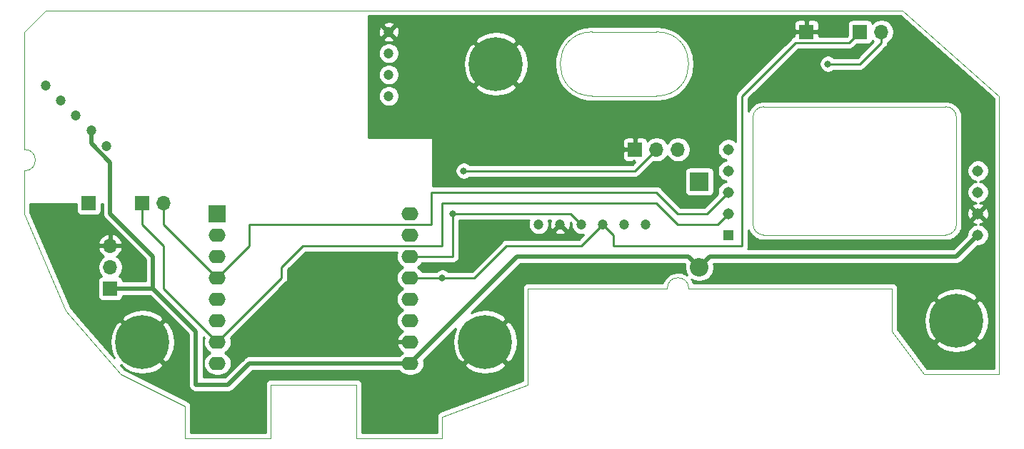
<source format=gbr>
%TF.GenerationSoftware,KiCad,Pcbnew,(5.1.8)-1*%
%TF.CreationDate,2020-12-23T12:42:43+01:00*%
%TF.ProjectId,Kiwi_EasyBoardv1.0,4b697769-5f45-4617-9379-426f61726476,rev?*%
%TF.SameCoordinates,Original*%
%TF.FileFunction,Copper,L2,Bot*%
%TF.FilePolarity,Positive*%
%FSLAX46Y46*%
G04 Gerber Fmt 4.6, Leading zero omitted, Abs format (unit mm)*
G04 Created by KiCad (PCBNEW (5.1.8)-1) date 2020-12-23 12:42:43*
%MOMM*%
%LPD*%
G01*
G04 APERTURE LIST*
%TA.AperFunction,Profile*%
%ADD10C,0.050000*%
%TD*%
%TA.AperFunction,ComponentPad*%
%ADD11O,2.200000X2.200000*%
%TD*%
%TA.AperFunction,ComponentPad*%
%ADD12R,2.200000X2.200000*%
%TD*%
%TA.AperFunction,ConnectorPad*%
%ADD13C,6.400000*%
%TD*%
%TA.AperFunction,ComponentPad*%
%ADD14C,3.600000*%
%TD*%
%TA.AperFunction,ComponentPad*%
%ADD15C,1.200000*%
%TD*%
%TA.AperFunction,ComponentPad*%
%ADD16C,1.308000*%
%TD*%
%TA.AperFunction,ComponentPad*%
%ADD17R,1.308000X1.308000*%
%TD*%
%TA.AperFunction,ComponentPad*%
%ADD18O,2.000000X1.600000*%
%TD*%
%TA.AperFunction,ComponentPad*%
%ADD19R,2.000000X2.000000*%
%TD*%
%TA.AperFunction,ComponentPad*%
%ADD20R,1.700000X1.700000*%
%TD*%
%TA.AperFunction,ComponentPad*%
%ADD21O,1.700000X1.700000*%
%TD*%
%TA.AperFunction,ViaPad*%
%ADD22C,0.800000*%
%TD*%
%TA.AperFunction,Conductor*%
%ADD23C,0.500000*%
%TD*%
%TA.AperFunction,Conductor*%
%ADD24C,0.250000*%
%TD*%
%TA.AperFunction,Conductor*%
%ADD25C,0.254000*%
%TD*%
%TA.AperFunction,Conductor*%
%ADD26C,0.150000*%
%TD*%
G04 APERTURE END LIST*
D10*
X76200000Y-86360000D02*
X76200000Y-100330000D01*
X180340000Y-83820000D02*
X78740000Y-83820000D01*
X76200000Y-86360000D02*
X78740000Y-83820000D01*
X154940000Y-116840000D02*
X179070000Y-116840000D01*
X144780000Y-116840000D02*
X152400000Y-116840000D01*
X152400000Y-116840000D02*
G75*
G02*
X154940000Y-116840000I1270000J0D01*
G01*
X76200000Y-102870000D02*
X76200000Y-107950000D01*
X76200000Y-100330000D02*
G75*
G02*
X76200000Y-102870000I0J-1270000D01*
G01*
X105410000Y-128270000D02*
X115570000Y-128270000D01*
X81079773Y-119452036D02*
X87630000Y-127000000D01*
X81079773Y-119452036D02*
X76200000Y-107950000D01*
X182880000Y-127000000D02*
X191770000Y-127000000D01*
X135890000Y-116840000D02*
X144780000Y-116840000D01*
X125730000Y-132080000D02*
X135890000Y-128270000D01*
X135890000Y-116840000D02*
X135890000Y-128270000D01*
X95250000Y-130810000D02*
X87630000Y-127000000D01*
X185420000Y-95250000D02*
X163830000Y-95250000D01*
X186690000Y-109220000D02*
X186690000Y-96520000D01*
X163830000Y-110490000D02*
X185420000Y-110490000D01*
X162560000Y-96520000D02*
X162560000Y-109220000D01*
X186690000Y-109220000D02*
G75*
G02*
X185420000Y-110490000I-1270000J0D01*
G01*
X163830000Y-110490000D02*
G75*
G02*
X162560000Y-109220000I0J1270000D01*
G01*
X162560000Y-96520000D02*
G75*
G02*
X163830000Y-95250000I1270000J0D01*
G01*
X185420000Y-95250000D02*
G75*
G02*
X186690000Y-96520000I0J-1270000D01*
G01*
X179070000Y-116840000D02*
X179070000Y-118110000D01*
X191770000Y-93980000D02*
X180340000Y-83820000D01*
X191770000Y-127000000D02*
X191770000Y-93980000D01*
X179070000Y-121920000D02*
X182880000Y-127000000D01*
X179070000Y-118110000D02*
X179070000Y-121920000D01*
X115570000Y-128270000D02*
X115570000Y-134620000D01*
X125730000Y-134620000D02*
X125730000Y-132080000D01*
X95250000Y-134620000D02*
X95250000Y-130810000D01*
X115570000Y-134620000D02*
X125730000Y-134620000D01*
X105410000Y-134620000D02*
X95250000Y-134620000D01*
X105410000Y-128270000D02*
X105410000Y-134620000D01*
X143510000Y-93980000D02*
X151130000Y-93980000D01*
X143510000Y-86360000D02*
X151130000Y-86360000D01*
X143510000Y-93980000D02*
G75*
G02*
X143510000Y-86360000I0J3810000D01*
G01*
X151130000Y-86360000D02*
G75*
G02*
X151130000Y-93980000I0J-3810000D01*
G01*
D11*
%TO.P,D1,2*%
%TO.N,+5V*%
X156210000Y-114300000D03*
D12*
%TO.P,D1,1*%
%TO.N,/VLED*%
X156210000Y-104140000D03*
%TD*%
D13*
%TO.P,H4,1*%
%TO.N,GND*%
X132080000Y-90170000D03*
D14*
X132080000Y-90170000D03*
%TD*%
D15*
%TO.P,U4,5*%
%TO.N,Net-(U4-Pad5)*%
X85892102Y-99892102D03*
%TO.P,U4,4*%
%TO.N,+5V*%
X84096051Y-98096051D03*
%TO.P,U4,3*%
%TO.N,/RCWL-OUT*%
X82300000Y-96300000D03*
%TO.P,U4,2*%
%TO.N,GND*%
X80503949Y-94503949D03*
%TO.P,U4,1*%
%TO.N,Net-(U4-Pad1)*%
X78707898Y-92707898D03*
%TD*%
D16*
%TO.P,U2,9*%
%TO.N,Net-(U2-Pad9)*%
X189230000Y-102870000D03*
%TO.P,U2,8*%
%TO.N,Net-(U2-Pad8)*%
X189230000Y-105410000D03*
%TO.P,U2,7*%
%TO.N,GND*%
X189230000Y-107950000D03*
%TO.P,U2,6*%
%TO.N,+5V*%
X189230000Y-110490000D03*
%TO.P,U2,5*%
%TO.N,Net-(U2-Pad5)*%
X159639000Y-100330000D03*
%TO.P,U2,4*%
%TO.N,Net-(U2-Pad4)*%
X159639000Y-102870000D03*
%TO.P,U2,3*%
%TO.N,/D1mini-UART-Rx*%
X159639000Y-105410000D03*
%TO.P,U2,2*%
%TO.N,/D1mini-UART-Tx*%
X159639000Y-107950000D03*
D17*
%TO.P,U2,1*%
%TO.N,Net-(U2-Pad1)*%
X159639000Y-110490000D03*
%TD*%
D18*
%TO.P,U1,16*%
%TO.N,Net-(U1-Pad16)*%
X121920000Y-107950000D03*
%TO.P,U1,15*%
%TO.N,Net-(U1-Pad15)*%
X121920000Y-110490000D03*
%TO.P,U1,14*%
%TO.N,/I2C-SCL*%
X121920000Y-113030000D03*
%TO.P,U1,13*%
%TO.N,/I2C-SDA*%
X121920000Y-115570000D03*
%TO.P,U1,12*%
%TO.N,Net-(U1-Pad12)*%
X121920000Y-118110000D03*
%TO.P,U1,11*%
%TO.N,/LED-DIN*%
X121920000Y-120650000D03*
%TO.P,U1,10*%
%TO.N,GND*%
X121920000Y-123190000D03*
%TO.P,U1,9*%
%TO.N,+5V*%
X121920000Y-125730000D03*
%TO.P,U1,8*%
%TO.N,+3V3*%
X99060000Y-125730000D03*
%TO.P,U1,7*%
%TO.N,/D1mini-UART-Tx*%
X99060000Y-123190000D03*
%TO.P,U1,6*%
%TO.N,Net-(U1-Pad6)*%
X99060000Y-120650000D03*
%TO.P,U1,5*%
%TO.N,Net-(U1-Pad5)*%
X99060000Y-118110000D03*
%TO.P,U1,4*%
%TO.N,/D1mini-UART-Rx*%
X99060000Y-115570000D03*
%TO.P,U1,3*%
%TO.N,/RCWL-OUT*%
X99060000Y-113030000D03*
D19*
%TO.P,U1,1*%
%TO.N,Net-(U1-Pad1)*%
X99060000Y-107950000D03*
D18*
%TO.P,U1,2*%
%TO.N,Net-(U1-Pad2)*%
X99060000Y-110490000D03*
%TD*%
D13*
%TO.P,H3,1*%
%TO.N,GND*%
X186690000Y-120650000D03*
D14*
X186690000Y-120650000D03*
%TD*%
D20*
%TO.P,J15,1*%
%TO.N,GND*%
X168910000Y-86360000D03*
%TD*%
D21*
%TO.P,J14,3*%
%TO.N,GND*%
X86360000Y-111760000D03*
%TO.P,J14,2*%
%TO.N,+3V3*%
X86360000Y-114300000D03*
D20*
%TO.P,J14,1*%
%TO.N,+5V*%
X86360000Y-116840000D03*
%TD*%
%TO.P,J13,1*%
%TO.N,/RCWL-OUT*%
X83820000Y-106680000D03*
%TD*%
D21*
%TO.P,J12,2*%
%TO.N,/I2C-SCL*%
X177800000Y-86360000D03*
D20*
%TO.P,J12,1*%
%TO.N,/I2C-SDA*%
X175260000Y-86360000D03*
%TD*%
D21*
%TO.P,J10,2*%
%TO.N,/D1mini-UART-Rx*%
X92710000Y-106680000D03*
D20*
%TO.P,J10,1*%
%TO.N,/D1mini-UART-Tx*%
X90170000Y-106680000D03*
%TD*%
D21*
%TO.P,J8,3*%
%TO.N,/VLED*%
X153670000Y-100330000D03*
%TO.P,J8,2*%
%TO.N,/LED-DIN*%
X151130000Y-100330000D03*
D20*
%TO.P,J8,1*%
%TO.N,GND*%
X148590000Y-100330000D03*
%TD*%
D15*
%TO.P,U3,4*%
%TO.N,/I2C-SDA*%
X119380000Y-93980000D03*
%TO.P,U3,3*%
%TO.N,/I2C-SCL*%
X119380000Y-91440000D03*
%TO.P,U3,2*%
%TO.N,+3V3*%
X119380000Y-88900000D03*
%TO.P,U3,1*%
%TO.N,GND*%
X119380000Y-86360000D03*
%TD*%
%TO.P,U5,6*%
%TO.N,Net-(U5-Pad6)*%
X149860000Y-109220000D03*
%TO.P,U5,5*%
%TO.N,Net-(U5-Pad5)*%
X147320000Y-109220000D03*
%TO.P,U5,4*%
%TO.N,/I2C-SDA*%
X144780000Y-109220000D03*
%TO.P,U5,3*%
%TO.N,/I2C-SCL*%
X142240000Y-109220000D03*
%TO.P,U5,2*%
%TO.N,GND*%
X139700000Y-109220000D03*
%TO.P,U5,1*%
%TO.N,+3V3*%
X137160000Y-109220000D03*
%TD*%
D13*
%TO.P,H2,1*%
%TO.N,GND*%
X90170000Y-123190000D03*
D14*
X90170000Y-123190000D03*
%TD*%
D13*
%TO.P,H1,1*%
%TO.N,GND*%
X130810000Y-123190000D03*
D14*
X130810000Y-123190000D03*
%TD*%
D22*
%TO.N,/LED-DIN*%
X128270000Y-102870000D03*
%TO.N,GND*%
X80010000Y-110490000D03*
X82550000Y-110490000D03*
X81280000Y-113030000D03*
X82550000Y-115570000D03*
X83820000Y-118110000D03*
X104140000Y-133350000D03*
X97790000Y-133350000D03*
X97790000Y-130810000D03*
X100330000Y-133350000D03*
X104140000Y-130810000D03*
X116840000Y-129540000D03*
X119380000Y-129540000D03*
X121920000Y-129540000D03*
X124460000Y-129540000D03*
X121920000Y-132080000D03*
X119380000Y-132080000D03*
X125730000Y-127000000D03*
X105410000Y-123190000D03*
X107950000Y-123190000D03*
X110490000Y-123190000D03*
X113030000Y-123190000D03*
X115570000Y-123190000D03*
X135890000Y-95250000D03*
X140970000Y-95250000D03*
X147320000Y-95250000D03*
X153670000Y-95250000D03*
X139700000Y-97790000D03*
X144780000Y-97790000D03*
X151130000Y-97790000D03*
X182880000Y-88900000D03*
X185420000Y-91440000D03*
X187960000Y-93980000D03*
X182880000Y-93980000D03*
X171450000Y-93980000D03*
X166370000Y-93980000D03*
X168910000Y-92710000D03*
X181610000Y-116840000D03*
X181610000Y-120650000D03*
X184150000Y-124460000D03*
X189230000Y-115570000D03*
X166370000Y-111760000D03*
X171450000Y-111760000D03*
X177800000Y-111760000D03*
X181610000Y-111760000D03*
X168910000Y-114300000D03*
X175260000Y-114300000D03*
X180340000Y-114300000D03*
X186690000Y-114300000D03*
X138430000Y-115570000D03*
X143510000Y-115570000D03*
X148590000Y-115570000D03*
X106680000Y-118110000D03*
X109220000Y-118110000D03*
X111760000Y-118110000D03*
X114300000Y-118110000D03*
X107950000Y-120650000D03*
X110490000Y-120650000D03*
X113030000Y-120650000D03*
X109220000Y-115570000D03*
X113030000Y-115570000D03*
X118110000Y-115570000D03*
X118110000Y-118110000D03*
X118110000Y-120650000D03*
X115570000Y-120650000D03*
X158750000Y-86360000D03*
X163830000Y-86360000D03*
X158750000Y-90170000D03*
%TO.N,/I2C-SDA*%
X125730000Y-115570000D03*
%TO.N,/I2C-SCL*%
X127000000Y-107950000D03*
X171450000Y-90170000D03*
%TD*%
D23*
%TO.N,+5V*%
X91440000Y-116840000D02*
X86360000Y-116840000D01*
X96520000Y-121920000D02*
X91440000Y-116840000D01*
X96520000Y-128270000D02*
X96520000Y-121920000D01*
X100330000Y-128270000D02*
X96520000Y-128270000D01*
X102870000Y-125730000D02*
X100330000Y-128270000D01*
X121920000Y-125730000D02*
X102870000Y-125730000D01*
X91440000Y-116840000D02*
X91440000Y-113030000D01*
X91440000Y-113030000D02*
X86360000Y-107950000D01*
X84096051Y-99576053D02*
X84096051Y-98096051D01*
X86360000Y-101840002D02*
X84096051Y-99576053D01*
X86360000Y-107950000D02*
X86360000Y-101840002D01*
X154940000Y-113030000D02*
X156210000Y-114300000D01*
X186690000Y-113030000D02*
X157480000Y-113030000D01*
X156210000Y-114300000D02*
X157480000Y-113030000D01*
X134620000Y-113030000D02*
X121920000Y-125730000D01*
X154940000Y-113030000D02*
X134620000Y-113030000D01*
X189230000Y-110490000D02*
X186690000Y-113030000D01*
D24*
%TO.N,/LED-DIN*%
X128270000Y-102870000D02*
X148590000Y-102870000D01*
X148590000Y-102870000D02*
X151130000Y-100330000D01*
D23*
%TO.N,GND*%
X91370010Y-121989990D02*
X90170000Y-123190000D01*
X115570000Y-123190000D02*
X115570000Y-120650000D01*
X115570000Y-118110000D02*
X114300000Y-118110000D01*
X106680000Y-118110000D02*
X105410000Y-119380000D01*
X105410000Y-119380000D02*
X105410000Y-123190000D01*
X106680000Y-118110000D02*
X106680000Y-118110000D01*
X109220000Y-118110000D02*
X106680000Y-118110000D01*
X111760000Y-118110000D02*
X109220000Y-118110000D01*
X114300000Y-118110000D02*
X111760000Y-118110000D01*
X106680000Y-118110000D02*
X109220000Y-115570000D01*
X109220000Y-115570000D02*
X113030000Y-115570000D01*
X118110000Y-115570000D02*
X118110000Y-115570000D01*
X113030000Y-123190000D02*
X113030000Y-120650000D01*
X113030000Y-120650000D02*
X113030000Y-120650000D01*
X110490000Y-120650000D02*
X110490000Y-120650000D01*
X110490000Y-120650000D02*
X107950000Y-120650000D01*
X107950000Y-120650000D02*
X107950000Y-123190000D01*
X107950000Y-120650000D02*
X107950000Y-120650000D01*
X110490000Y-120650000D02*
X110490000Y-123190000D01*
X113030000Y-120650000D02*
X110490000Y-120650000D01*
X109220000Y-115570000D02*
X109220000Y-115570000D01*
X113030000Y-115570000D02*
X118110000Y-115570000D01*
X118110000Y-115570000D02*
X118110000Y-118110000D01*
X118110000Y-118110000D02*
X118110000Y-120650000D01*
X118110000Y-120650000D02*
X118110000Y-123190000D01*
X115570000Y-120650000D02*
X115570000Y-118110000D01*
D24*
%TO.N,/I2C-SDA*%
X144780000Y-109220000D02*
X142240000Y-111760000D01*
X129540000Y-115570000D02*
X133350000Y-111760000D01*
X142240000Y-111760000D02*
X133350000Y-111760000D01*
X125730000Y-115570000D02*
X129540000Y-115570000D01*
X121920000Y-115570000D02*
X125730000Y-115570000D01*
X146050000Y-110490000D02*
X144780000Y-109220000D01*
X146050000Y-111760000D02*
X146050000Y-110490000D01*
X161290000Y-111760000D02*
X146050000Y-111760000D01*
X161290000Y-93980000D02*
X161290000Y-111760000D01*
X167640000Y-87630000D02*
X161290000Y-93980000D01*
X173990000Y-87630000D02*
X167640000Y-87630000D01*
X175260000Y-86360000D02*
X173990000Y-87630000D01*
%TO.N,/I2C-SCL*%
X142240000Y-109220000D02*
X140970000Y-107950000D01*
X177800000Y-87630000D02*
X177800000Y-86360000D01*
X175260000Y-90170000D02*
X177800000Y-87630000D01*
X171450000Y-90170000D02*
X175260000Y-90170000D01*
X140970000Y-107950000D02*
X127000000Y-107950000D01*
X121920000Y-113030000D02*
X127000000Y-113030000D01*
X127000000Y-113030000D02*
X127000000Y-107950000D01*
%TO.N,/D1mini-UART-Tx*%
X90170000Y-109220000D02*
X90170000Y-106680000D01*
X92710000Y-111760000D02*
X90170000Y-109220000D01*
X92710000Y-116840000D02*
X92710000Y-111760000D01*
X99060000Y-123190000D02*
X92710000Y-116840000D01*
X158369000Y-109220000D02*
X159639000Y-107950000D01*
X151130000Y-106680000D02*
X153670000Y-109220000D01*
X125730000Y-106680000D02*
X151130000Y-106680000D01*
X125730000Y-111760000D02*
X125730000Y-106680000D01*
X153670000Y-109220000D02*
X158369000Y-109220000D01*
X109220000Y-111760000D02*
X125730000Y-111760000D01*
X106680000Y-114300000D02*
X109220000Y-111760000D01*
X106680000Y-115570000D02*
X106680000Y-114300000D01*
X99060000Y-123190000D02*
X106680000Y-115570000D01*
%TO.N,/D1mini-UART-Rx*%
X92710000Y-109220000D02*
X99060000Y-115570000D01*
X92710000Y-106680000D02*
X92710000Y-109220000D01*
X102870000Y-109220000D02*
X124460000Y-109220000D01*
X102870000Y-111760000D02*
X99060000Y-115570000D01*
X102870000Y-109220000D02*
X102870000Y-111760000D01*
X124460000Y-105410000D02*
X124460000Y-109220000D01*
X159639000Y-105410000D02*
X157099000Y-107950000D01*
X157099000Y-107950000D02*
X153670000Y-107950000D01*
X153670000Y-107950000D02*
X151130000Y-105410000D01*
X124460000Y-105410000D02*
X151130000Y-105410000D01*
%TD*%
D25*
%TO.N,GND*%
X82331928Y-107530000D02*
X82344188Y-107654482D01*
X82380498Y-107774180D01*
X82439463Y-107884494D01*
X82518815Y-107981185D01*
X82615506Y-108060537D01*
X82725820Y-108119502D01*
X82845518Y-108155812D01*
X82970000Y-108168072D01*
X84670000Y-108168072D01*
X84794482Y-108155812D01*
X84914180Y-108119502D01*
X85024494Y-108060537D01*
X85121185Y-107981185D01*
X85200537Y-107884494D01*
X85259502Y-107774180D01*
X85295812Y-107654482D01*
X85308072Y-107530000D01*
X85308072Y-106807000D01*
X85475000Y-106807000D01*
X85475000Y-107906531D01*
X85470719Y-107950000D01*
X85475000Y-107993469D01*
X85475000Y-107993476D01*
X85485392Y-108098985D01*
X85487805Y-108123490D01*
X85497610Y-108155812D01*
X85538411Y-108290312D01*
X85620589Y-108444058D01*
X85731183Y-108578817D01*
X85764956Y-108606534D01*
X90555001Y-113396580D01*
X90555000Y-115955000D01*
X87844625Y-115955000D01*
X87835812Y-115865518D01*
X87799502Y-115745820D01*
X87740537Y-115635506D01*
X87661185Y-115538815D01*
X87564494Y-115459463D01*
X87454180Y-115400498D01*
X87381620Y-115378487D01*
X87513475Y-115246632D01*
X87675990Y-115003411D01*
X87787932Y-114733158D01*
X87845000Y-114446260D01*
X87845000Y-114153740D01*
X87787932Y-113866842D01*
X87675990Y-113596589D01*
X87513475Y-113353368D01*
X87306632Y-113146525D01*
X87124466Y-113024805D01*
X87241355Y-112955178D01*
X87457588Y-112760269D01*
X87631641Y-112526920D01*
X87756825Y-112264099D01*
X87801476Y-112116890D01*
X87680155Y-111887000D01*
X86487000Y-111887000D01*
X86487000Y-111907000D01*
X86233000Y-111907000D01*
X86233000Y-111887000D01*
X85039845Y-111887000D01*
X84918524Y-112116890D01*
X84963175Y-112264099D01*
X85088359Y-112526920D01*
X85262412Y-112760269D01*
X85478645Y-112955178D01*
X85595534Y-113024805D01*
X85413368Y-113146525D01*
X85206525Y-113353368D01*
X85044010Y-113596589D01*
X84932068Y-113866842D01*
X84875000Y-114153740D01*
X84875000Y-114446260D01*
X84932068Y-114733158D01*
X85044010Y-115003411D01*
X85206525Y-115246632D01*
X85338380Y-115378487D01*
X85265820Y-115400498D01*
X85155506Y-115459463D01*
X85058815Y-115538815D01*
X84979463Y-115635506D01*
X84920498Y-115745820D01*
X84884188Y-115865518D01*
X84871928Y-115990000D01*
X84871928Y-117690000D01*
X84884188Y-117814482D01*
X84920498Y-117934180D01*
X84979463Y-118044494D01*
X85058815Y-118141185D01*
X85155506Y-118220537D01*
X85265820Y-118279502D01*
X85385518Y-118315812D01*
X85510000Y-118328072D01*
X87210000Y-118328072D01*
X87334482Y-118315812D01*
X87454180Y-118279502D01*
X87564494Y-118220537D01*
X87661185Y-118141185D01*
X87740537Y-118044494D01*
X87799502Y-117934180D01*
X87835812Y-117814482D01*
X87844625Y-117725000D01*
X91073422Y-117725000D01*
X95635001Y-122286580D01*
X95635000Y-128226523D01*
X95630718Y-128270000D01*
X95647805Y-128443490D01*
X95698411Y-128610313D01*
X95780589Y-128764059D01*
X95872946Y-128876595D01*
X95891183Y-128898817D01*
X96025941Y-129009411D01*
X96179687Y-129091589D01*
X96346510Y-129142195D01*
X96520000Y-129159282D01*
X96563476Y-129155000D01*
X100286531Y-129155000D01*
X100330000Y-129159281D01*
X100373469Y-129155000D01*
X100373477Y-129155000D01*
X100503490Y-129142195D01*
X100670313Y-129091589D01*
X100824059Y-129009411D01*
X100958817Y-128898817D01*
X100986534Y-128865044D01*
X103236579Y-126615000D01*
X120589922Y-126615000D01*
X120700392Y-126749608D01*
X120918899Y-126928932D01*
X121168192Y-127062182D01*
X121438691Y-127144236D01*
X121649508Y-127165000D01*
X122190492Y-127165000D01*
X122401309Y-127144236D01*
X122671808Y-127062182D01*
X122921101Y-126928932D01*
X123139608Y-126749608D01*
X123318932Y-126531101D01*
X123452182Y-126281808D01*
X123534236Y-126011309D01*
X123546097Y-125890881D01*
X128288724Y-125890881D01*
X128648912Y-126380548D01*
X129312882Y-126740849D01*
X130034385Y-126964694D01*
X130785695Y-127043480D01*
X131537938Y-126974178D01*
X132262208Y-126759452D01*
X132930670Y-126407555D01*
X132971088Y-126380548D01*
X133331276Y-125890881D01*
X130810000Y-123369605D01*
X128288724Y-125890881D01*
X123546097Y-125890881D01*
X123561943Y-125730000D01*
X123534236Y-125448691D01*
X123515303Y-125386275D01*
X127319015Y-121582563D01*
X127259151Y-121692882D01*
X127035306Y-122414385D01*
X126956520Y-123165695D01*
X127025822Y-123917938D01*
X127240548Y-124642208D01*
X127592445Y-125310670D01*
X127619452Y-125351088D01*
X128109119Y-125711276D01*
X130630395Y-123190000D01*
X130989605Y-123190000D01*
X133510881Y-125711276D01*
X134000548Y-125351088D01*
X134360849Y-124687118D01*
X134584694Y-123965615D01*
X134663480Y-123214305D01*
X134594178Y-122462062D01*
X134379452Y-121737792D01*
X134027555Y-121069330D01*
X134000548Y-121028912D01*
X133510881Y-120668724D01*
X130989605Y-123190000D01*
X130630395Y-123190000D01*
X130616253Y-123175858D01*
X130795858Y-122996253D01*
X130810000Y-123010395D01*
X133331276Y-120489119D01*
X132971088Y-119999452D01*
X132307118Y-119639151D01*
X131585615Y-119415306D01*
X130834305Y-119336520D01*
X130082062Y-119405822D01*
X129357792Y-119620548D01*
X129195702Y-119705877D01*
X134986579Y-113915000D01*
X154517591Y-113915000D01*
X154475000Y-114129117D01*
X154475000Y-114470883D01*
X154541675Y-114806081D01*
X154672463Y-115121831D01*
X154757266Y-115248747D01*
X154728901Y-115230186D01*
X154679315Y-115196740D01*
X154671186Y-115192418D01*
X154671181Y-115192415D01*
X154671176Y-115192413D01*
X154451524Y-115077582D01*
X154396058Y-115055173D01*
X154340919Y-115031994D01*
X154332097Y-115029330D01*
X154094321Y-114959348D01*
X154035559Y-114948139D01*
X153976962Y-114936110D01*
X153967791Y-114935211D01*
X153720951Y-114912747D01*
X153661135Y-114913165D01*
X153601318Y-114912747D01*
X153592147Y-114913646D01*
X153345644Y-114939554D01*
X153287028Y-114951586D01*
X153228284Y-114962792D01*
X153219462Y-114965456D01*
X152982686Y-115038751D01*
X152927555Y-115061926D01*
X152872080Y-115084339D01*
X152863944Y-115088666D01*
X152645914Y-115206554D01*
X152596346Y-115239988D01*
X152546265Y-115272760D01*
X152539124Y-115278584D01*
X152348144Y-115436577D01*
X152306005Y-115479012D01*
X152263255Y-115520875D01*
X152257381Y-115527976D01*
X152100727Y-115720054D01*
X152067655Y-115769831D01*
X152033826Y-115819237D01*
X152029444Y-115827343D01*
X151913081Y-116046191D01*
X151890298Y-116101468D01*
X151866721Y-116156475D01*
X151863997Y-116165278D01*
X151859552Y-116180000D01*
X135922419Y-116180000D01*
X135890000Y-116176807D01*
X135857581Y-116180000D01*
X135760617Y-116189550D01*
X135636207Y-116227290D01*
X135521550Y-116288575D01*
X135421052Y-116371052D01*
X135338575Y-116471550D01*
X135277290Y-116586207D01*
X135239550Y-116710617D01*
X135226807Y-116840000D01*
X135230000Y-116872419D01*
X135230001Y-127812620D01*
X125518107Y-131454580D01*
X125476208Y-131467290D01*
X125428757Y-131492653D01*
X125380467Y-131516395D01*
X125371506Y-131523254D01*
X125361551Y-131528575D01*
X125319952Y-131562715D01*
X125277230Y-131595415D01*
X125269779Y-131603891D01*
X125261053Y-131611052D01*
X125226915Y-131652649D01*
X125191392Y-131693057D01*
X125185737Y-131702824D01*
X125178576Y-131711550D01*
X125153214Y-131759000D01*
X125126252Y-131805569D01*
X125122610Y-131816256D01*
X125117291Y-131826207D01*
X125101674Y-131877688D01*
X125084314Y-131928628D01*
X125082827Y-131939816D01*
X125079551Y-131950617D01*
X125074276Y-132004171D01*
X125067190Y-132057504D01*
X125070001Y-132101201D01*
X125070000Y-133960000D01*
X116230000Y-133960000D01*
X116230000Y-128302419D01*
X116233193Y-128270000D01*
X116220450Y-128140617D01*
X116182710Y-128016207D01*
X116121425Y-127901550D01*
X116038948Y-127801052D01*
X115938450Y-127718575D01*
X115823793Y-127657290D01*
X115699383Y-127619550D01*
X115602419Y-127610000D01*
X115570000Y-127606807D01*
X115537581Y-127610000D01*
X105442419Y-127610000D01*
X105410000Y-127606807D01*
X105321372Y-127615536D01*
X105280617Y-127619550D01*
X105156207Y-127657290D01*
X105041550Y-127718575D01*
X104941052Y-127801052D01*
X104858575Y-127901550D01*
X104797290Y-128016207D01*
X104759550Y-128140617D01*
X104746807Y-128270000D01*
X104750000Y-128302419D01*
X104750001Y-133960000D01*
X95910000Y-133960000D01*
X95910000Y-130865937D01*
X95911524Y-130857012D01*
X95910000Y-130801048D01*
X95910000Y-130777581D01*
X95909117Y-130768613D01*
X95907985Y-130727053D01*
X95902761Y-130704076D01*
X95900450Y-130680617D01*
X95888376Y-130640815D01*
X95879159Y-130600280D01*
X95869553Y-130578765D01*
X95862710Y-130556207D01*
X95843107Y-130519532D01*
X95826156Y-130481566D01*
X95812535Y-130462336D01*
X95801425Y-130441550D01*
X95775042Y-130409402D01*
X95751011Y-130375475D01*
X95733900Y-130359271D01*
X95718948Y-130341052D01*
X95686807Y-130314674D01*
X95656613Y-130286081D01*
X95636666Y-130273525D01*
X95618450Y-130258575D01*
X95581780Y-130238975D01*
X95574157Y-130234176D01*
X95553174Y-130223684D01*
X95503793Y-130197290D01*
X95495128Y-130194661D01*
X88042494Y-126468345D01*
X87591246Y-125948362D01*
X87648725Y-125890883D01*
X88008912Y-126380548D01*
X88672882Y-126740849D01*
X89394385Y-126964694D01*
X90145695Y-127043480D01*
X90897938Y-126974178D01*
X91622208Y-126759452D01*
X92290670Y-126407555D01*
X92331088Y-126380548D01*
X92691276Y-125890881D01*
X90170000Y-123369605D01*
X90155858Y-123383748D01*
X89976253Y-123204143D01*
X89990395Y-123190000D01*
X90349605Y-123190000D01*
X92870881Y-125711276D01*
X93360548Y-125351088D01*
X93720849Y-124687118D01*
X93944694Y-123965615D01*
X94023480Y-123214305D01*
X93954178Y-122462062D01*
X93739452Y-121737792D01*
X93387555Y-121069330D01*
X93360548Y-121028912D01*
X92870881Y-120668724D01*
X90349605Y-123190000D01*
X89990395Y-123190000D01*
X87469119Y-120668724D01*
X86979452Y-121028912D01*
X86619151Y-121692882D01*
X86395306Y-122414385D01*
X86316520Y-123165695D01*
X86385822Y-123917938D01*
X86600548Y-124642208D01*
X86820752Y-125060506D01*
X82853639Y-120489119D01*
X87648724Y-120489119D01*
X90170000Y-123010395D01*
X92691276Y-120489119D01*
X92331088Y-119999452D01*
X91667118Y-119639151D01*
X90945615Y-119415306D01*
X90194305Y-119336520D01*
X89442062Y-119405822D01*
X88717792Y-119620548D01*
X88049330Y-119972445D01*
X88008912Y-119999452D01*
X87648724Y-120489119D01*
X82853639Y-120489119D01*
X81646615Y-119098241D01*
X78381933Y-111403110D01*
X84918524Y-111403110D01*
X85039845Y-111633000D01*
X86233000Y-111633000D01*
X86233000Y-110439186D01*
X86487000Y-110439186D01*
X86487000Y-111633000D01*
X87680155Y-111633000D01*
X87801476Y-111403110D01*
X87756825Y-111255901D01*
X87631641Y-110993080D01*
X87457588Y-110759731D01*
X87241355Y-110564822D01*
X86991252Y-110415843D01*
X86716891Y-110318519D01*
X86487000Y-110439186D01*
X86233000Y-110439186D01*
X86003109Y-110318519D01*
X85728748Y-110415843D01*
X85478645Y-110564822D01*
X85262412Y-110759731D01*
X85088359Y-110993080D01*
X84963175Y-111255901D01*
X84918524Y-111403110D01*
X78381933Y-111403110D01*
X76860000Y-107815787D01*
X76860000Y-106807000D01*
X82331928Y-106807000D01*
X82331928Y-107530000D01*
%TA.AperFunction,Conductor*%
D26*
G36*
X82331928Y-107530000D02*
G01*
X82344188Y-107654482D01*
X82380498Y-107774180D01*
X82439463Y-107884494D01*
X82518815Y-107981185D01*
X82615506Y-108060537D01*
X82725820Y-108119502D01*
X82845518Y-108155812D01*
X82970000Y-108168072D01*
X84670000Y-108168072D01*
X84794482Y-108155812D01*
X84914180Y-108119502D01*
X85024494Y-108060537D01*
X85121185Y-107981185D01*
X85200537Y-107884494D01*
X85259502Y-107774180D01*
X85295812Y-107654482D01*
X85308072Y-107530000D01*
X85308072Y-106807000D01*
X85475000Y-106807000D01*
X85475000Y-107906531D01*
X85470719Y-107950000D01*
X85475000Y-107993469D01*
X85475000Y-107993476D01*
X85485392Y-108098985D01*
X85487805Y-108123490D01*
X85497610Y-108155812D01*
X85538411Y-108290312D01*
X85620589Y-108444058D01*
X85731183Y-108578817D01*
X85764956Y-108606534D01*
X90555001Y-113396580D01*
X90555000Y-115955000D01*
X87844625Y-115955000D01*
X87835812Y-115865518D01*
X87799502Y-115745820D01*
X87740537Y-115635506D01*
X87661185Y-115538815D01*
X87564494Y-115459463D01*
X87454180Y-115400498D01*
X87381620Y-115378487D01*
X87513475Y-115246632D01*
X87675990Y-115003411D01*
X87787932Y-114733158D01*
X87845000Y-114446260D01*
X87845000Y-114153740D01*
X87787932Y-113866842D01*
X87675990Y-113596589D01*
X87513475Y-113353368D01*
X87306632Y-113146525D01*
X87124466Y-113024805D01*
X87241355Y-112955178D01*
X87457588Y-112760269D01*
X87631641Y-112526920D01*
X87756825Y-112264099D01*
X87801476Y-112116890D01*
X87680155Y-111887000D01*
X86487000Y-111887000D01*
X86487000Y-111907000D01*
X86233000Y-111907000D01*
X86233000Y-111887000D01*
X85039845Y-111887000D01*
X84918524Y-112116890D01*
X84963175Y-112264099D01*
X85088359Y-112526920D01*
X85262412Y-112760269D01*
X85478645Y-112955178D01*
X85595534Y-113024805D01*
X85413368Y-113146525D01*
X85206525Y-113353368D01*
X85044010Y-113596589D01*
X84932068Y-113866842D01*
X84875000Y-114153740D01*
X84875000Y-114446260D01*
X84932068Y-114733158D01*
X85044010Y-115003411D01*
X85206525Y-115246632D01*
X85338380Y-115378487D01*
X85265820Y-115400498D01*
X85155506Y-115459463D01*
X85058815Y-115538815D01*
X84979463Y-115635506D01*
X84920498Y-115745820D01*
X84884188Y-115865518D01*
X84871928Y-115990000D01*
X84871928Y-117690000D01*
X84884188Y-117814482D01*
X84920498Y-117934180D01*
X84979463Y-118044494D01*
X85058815Y-118141185D01*
X85155506Y-118220537D01*
X85265820Y-118279502D01*
X85385518Y-118315812D01*
X85510000Y-118328072D01*
X87210000Y-118328072D01*
X87334482Y-118315812D01*
X87454180Y-118279502D01*
X87564494Y-118220537D01*
X87661185Y-118141185D01*
X87740537Y-118044494D01*
X87799502Y-117934180D01*
X87835812Y-117814482D01*
X87844625Y-117725000D01*
X91073422Y-117725000D01*
X95635001Y-122286580D01*
X95635000Y-128226523D01*
X95630718Y-128270000D01*
X95647805Y-128443490D01*
X95698411Y-128610313D01*
X95780589Y-128764059D01*
X95872946Y-128876595D01*
X95891183Y-128898817D01*
X96025941Y-129009411D01*
X96179687Y-129091589D01*
X96346510Y-129142195D01*
X96520000Y-129159282D01*
X96563476Y-129155000D01*
X100286531Y-129155000D01*
X100330000Y-129159281D01*
X100373469Y-129155000D01*
X100373477Y-129155000D01*
X100503490Y-129142195D01*
X100670313Y-129091589D01*
X100824059Y-129009411D01*
X100958817Y-128898817D01*
X100986534Y-128865044D01*
X103236579Y-126615000D01*
X120589922Y-126615000D01*
X120700392Y-126749608D01*
X120918899Y-126928932D01*
X121168192Y-127062182D01*
X121438691Y-127144236D01*
X121649508Y-127165000D01*
X122190492Y-127165000D01*
X122401309Y-127144236D01*
X122671808Y-127062182D01*
X122921101Y-126928932D01*
X123139608Y-126749608D01*
X123318932Y-126531101D01*
X123452182Y-126281808D01*
X123534236Y-126011309D01*
X123546097Y-125890881D01*
X128288724Y-125890881D01*
X128648912Y-126380548D01*
X129312882Y-126740849D01*
X130034385Y-126964694D01*
X130785695Y-127043480D01*
X131537938Y-126974178D01*
X132262208Y-126759452D01*
X132930670Y-126407555D01*
X132971088Y-126380548D01*
X133331276Y-125890881D01*
X130810000Y-123369605D01*
X128288724Y-125890881D01*
X123546097Y-125890881D01*
X123561943Y-125730000D01*
X123534236Y-125448691D01*
X123515303Y-125386275D01*
X127319015Y-121582563D01*
X127259151Y-121692882D01*
X127035306Y-122414385D01*
X126956520Y-123165695D01*
X127025822Y-123917938D01*
X127240548Y-124642208D01*
X127592445Y-125310670D01*
X127619452Y-125351088D01*
X128109119Y-125711276D01*
X130630395Y-123190000D01*
X130989605Y-123190000D01*
X133510881Y-125711276D01*
X134000548Y-125351088D01*
X134360849Y-124687118D01*
X134584694Y-123965615D01*
X134663480Y-123214305D01*
X134594178Y-122462062D01*
X134379452Y-121737792D01*
X134027555Y-121069330D01*
X134000548Y-121028912D01*
X133510881Y-120668724D01*
X130989605Y-123190000D01*
X130630395Y-123190000D01*
X130616253Y-123175858D01*
X130795858Y-122996253D01*
X130810000Y-123010395D01*
X133331276Y-120489119D01*
X132971088Y-119999452D01*
X132307118Y-119639151D01*
X131585615Y-119415306D01*
X130834305Y-119336520D01*
X130082062Y-119405822D01*
X129357792Y-119620548D01*
X129195702Y-119705877D01*
X134986579Y-113915000D01*
X154517591Y-113915000D01*
X154475000Y-114129117D01*
X154475000Y-114470883D01*
X154541675Y-114806081D01*
X154672463Y-115121831D01*
X154757266Y-115248747D01*
X154728901Y-115230186D01*
X154679315Y-115196740D01*
X154671186Y-115192418D01*
X154671181Y-115192415D01*
X154671176Y-115192413D01*
X154451524Y-115077582D01*
X154396058Y-115055173D01*
X154340919Y-115031994D01*
X154332097Y-115029330D01*
X154094321Y-114959348D01*
X154035559Y-114948139D01*
X153976962Y-114936110D01*
X153967791Y-114935211D01*
X153720951Y-114912747D01*
X153661135Y-114913165D01*
X153601318Y-114912747D01*
X153592147Y-114913646D01*
X153345644Y-114939554D01*
X153287028Y-114951586D01*
X153228284Y-114962792D01*
X153219462Y-114965456D01*
X152982686Y-115038751D01*
X152927555Y-115061926D01*
X152872080Y-115084339D01*
X152863944Y-115088666D01*
X152645914Y-115206554D01*
X152596346Y-115239988D01*
X152546265Y-115272760D01*
X152539124Y-115278584D01*
X152348144Y-115436577D01*
X152306005Y-115479012D01*
X152263255Y-115520875D01*
X152257381Y-115527976D01*
X152100727Y-115720054D01*
X152067655Y-115769831D01*
X152033826Y-115819237D01*
X152029444Y-115827343D01*
X151913081Y-116046191D01*
X151890298Y-116101468D01*
X151866721Y-116156475D01*
X151863997Y-116165278D01*
X151859552Y-116180000D01*
X135922419Y-116180000D01*
X135890000Y-116176807D01*
X135857581Y-116180000D01*
X135760617Y-116189550D01*
X135636207Y-116227290D01*
X135521550Y-116288575D01*
X135421052Y-116371052D01*
X135338575Y-116471550D01*
X135277290Y-116586207D01*
X135239550Y-116710617D01*
X135226807Y-116840000D01*
X135230000Y-116872419D01*
X135230001Y-127812620D01*
X125518107Y-131454580D01*
X125476208Y-131467290D01*
X125428757Y-131492653D01*
X125380467Y-131516395D01*
X125371506Y-131523254D01*
X125361551Y-131528575D01*
X125319952Y-131562715D01*
X125277230Y-131595415D01*
X125269779Y-131603891D01*
X125261053Y-131611052D01*
X125226915Y-131652649D01*
X125191392Y-131693057D01*
X125185737Y-131702824D01*
X125178576Y-131711550D01*
X125153214Y-131759000D01*
X125126252Y-131805569D01*
X125122610Y-131816256D01*
X125117291Y-131826207D01*
X125101674Y-131877688D01*
X125084314Y-131928628D01*
X125082827Y-131939816D01*
X125079551Y-131950617D01*
X125074276Y-132004171D01*
X125067190Y-132057504D01*
X125070001Y-132101201D01*
X125070000Y-133960000D01*
X116230000Y-133960000D01*
X116230000Y-128302419D01*
X116233193Y-128270000D01*
X116220450Y-128140617D01*
X116182710Y-128016207D01*
X116121425Y-127901550D01*
X116038948Y-127801052D01*
X115938450Y-127718575D01*
X115823793Y-127657290D01*
X115699383Y-127619550D01*
X115602419Y-127610000D01*
X115570000Y-127606807D01*
X115537581Y-127610000D01*
X105442419Y-127610000D01*
X105410000Y-127606807D01*
X105321372Y-127615536D01*
X105280617Y-127619550D01*
X105156207Y-127657290D01*
X105041550Y-127718575D01*
X104941052Y-127801052D01*
X104858575Y-127901550D01*
X104797290Y-128016207D01*
X104759550Y-128140617D01*
X104746807Y-128270000D01*
X104750000Y-128302419D01*
X104750001Y-133960000D01*
X95910000Y-133960000D01*
X95910000Y-130865937D01*
X95911524Y-130857012D01*
X95910000Y-130801048D01*
X95910000Y-130777581D01*
X95909117Y-130768613D01*
X95907985Y-130727053D01*
X95902761Y-130704076D01*
X95900450Y-130680617D01*
X95888376Y-130640815D01*
X95879159Y-130600280D01*
X95869553Y-130578765D01*
X95862710Y-130556207D01*
X95843107Y-130519532D01*
X95826156Y-130481566D01*
X95812535Y-130462336D01*
X95801425Y-130441550D01*
X95775042Y-130409402D01*
X95751011Y-130375475D01*
X95733900Y-130359271D01*
X95718948Y-130341052D01*
X95686807Y-130314674D01*
X95656613Y-130286081D01*
X95636666Y-130273525D01*
X95618450Y-130258575D01*
X95581780Y-130238975D01*
X95574157Y-130234176D01*
X95553174Y-130223684D01*
X95503793Y-130197290D01*
X95495128Y-130194661D01*
X88042494Y-126468345D01*
X87591246Y-125948362D01*
X87648725Y-125890883D01*
X88008912Y-126380548D01*
X88672882Y-126740849D01*
X89394385Y-126964694D01*
X90145695Y-127043480D01*
X90897938Y-126974178D01*
X91622208Y-126759452D01*
X92290670Y-126407555D01*
X92331088Y-126380548D01*
X92691276Y-125890881D01*
X90170000Y-123369605D01*
X90155858Y-123383748D01*
X89976253Y-123204143D01*
X89990395Y-123190000D01*
X90349605Y-123190000D01*
X92870881Y-125711276D01*
X93360548Y-125351088D01*
X93720849Y-124687118D01*
X93944694Y-123965615D01*
X94023480Y-123214305D01*
X93954178Y-122462062D01*
X93739452Y-121737792D01*
X93387555Y-121069330D01*
X93360548Y-121028912D01*
X92870881Y-120668724D01*
X90349605Y-123190000D01*
X89990395Y-123190000D01*
X87469119Y-120668724D01*
X86979452Y-121028912D01*
X86619151Y-121692882D01*
X86395306Y-122414385D01*
X86316520Y-123165695D01*
X86385822Y-123917938D01*
X86600548Y-124642208D01*
X86820752Y-125060506D01*
X82853639Y-120489119D01*
X87648724Y-120489119D01*
X90170000Y-123010395D01*
X92691276Y-120489119D01*
X92331088Y-119999452D01*
X91667118Y-119639151D01*
X90945615Y-119415306D01*
X90194305Y-119336520D01*
X89442062Y-119405822D01*
X88717792Y-119620548D01*
X88049330Y-119972445D01*
X88008912Y-119999452D01*
X87648724Y-120489119D01*
X82853639Y-120489119D01*
X81646615Y-119098241D01*
X78381933Y-111403110D01*
X84918524Y-111403110D01*
X85039845Y-111633000D01*
X86233000Y-111633000D01*
X86233000Y-110439186D01*
X86487000Y-110439186D01*
X86487000Y-111633000D01*
X87680155Y-111633000D01*
X87801476Y-111403110D01*
X87756825Y-111255901D01*
X87631641Y-110993080D01*
X87457588Y-110759731D01*
X87241355Y-110564822D01*
X86991252Y-110415843D01*
X86716891Y-110318519D01*
X86487000Y-110439186D01*
X86233000Y-110439186D01*
X86003109Y-110318519D01*
X85728748Y-110415843D01*
X85478645Y-110564822D01*
X85262412Y-110759731D01*
X85088359Y-110993080D01*
X84963175Y-111255901D01*
X84918524Y-111403110D01*
X78381933Y-111403110D01*
X76860000Y-107815787D01*
X76860000Y-106807000D01*
X82331928Y-106807000D01*
X82331928Y-107530000D01*
G37*
%TD.AperFunction*%
D25*
X120305764Y-112748691D02*
X120278057Y-113030000D01*
X120305764Y-113311309D01*
X120387818Y-113581808D01*
X120521068Y-113831101D01*
X120700392Y-114049608D01*
X120918899Y-114228932D01*
X121051858Y-114300000D01*
X120918899Y-114371068D01*
X120700392Y-114550392D01*
X120521068Y-114768899D01*
X120387818Y-115018192D01*
X120305764Y-115288691D01*
X120278057Y-115570000D01*
X120305764Y-115851309D01*
X120387818Y-116121808D01*
X120521068Y-116371101D01*
X120700392Y-116589608D01*
X120918899Y-116768932D01*
X121051858Y-116840000D01*
X120918899Y-116911068D01*
X120700392Y-117090392D01*
X120521068Y-117308899D01*
X120387818Y-117558192D01*
X120305764Y-117828691D01*
X120278057Y-118110000D01*
X120305764Y-118391309D01*
X120387818Y-118661808D01*
X120521068Y-118911101D01*
X120700392Y-119129608D01*
X120918899Y-119308932D01*
X121051858Y-119380000D01*
X120918899Y-119451068D01*
X120700392Y-119630392D01*
X120521068Y-119848899D01*
X120387818Y-120098192D01*
X120305764Y-120368691D01*
X120278057Y-120650000D01*
X120305764Y-120931309D01*
X120387818Y-121201808D01*
X120521068Y-121451101D01*
X120700392Y-121669608D01*
X120918899Y-121848932D01*
X121048345Y-121918122D01*
X121030773Y-121925570D01*
X120797338Y-122084327D01*
X120599361Y-122285575D01*
X120444449Y-122521579D01*
X120338556Y-122783270D01*
X120328096Y-122840961D01*
X120450085Y-123063000D01*
X121793000Y-123063000D01*
X121793000Y-123043000D01*
X122047000Y-123043000D01*
X122047000Y-123063000D01*
X122067000Y-123063000D01*
X122067000Y-123317000D01*
X122047000Y-123317000D01*
X122047000Y-123337000D01*
X121793000Y-123337000D01*
X121793000Y-123317000D01*
X120450085Y-123317000D01*
X120328096Y-123539039D01*
X120338556Y-123596730D01*
X120444449Y-123858421D01*
X120599361Y-124094425D01*
X120797338Y-124295673D01*
X121030773Y-124454430D01*
X121048345Y-124461878D01*
X120918899Y-124531068D01*
X120700392Y-124710392D01*
X120589922Y-124845000D01*
X102913465Y-124845000D01*
X102869999Y-124840719D01*
X102826533Y-124845000D01*
X102826523Y-124845000D01*
X102696510Y-124857805D01*
X102529687Y-124908411D01*
X102375941Y-124990589D01*
X102375939Y-124990590D01*
X102375940Y-124990590D01*
X102274953Y-125073468D01*
X102274951Y-125073470D01*
X102241183Y-125101183D01*
X102213470Y-125134951D01*
X99963422Y-127385000D01*
X97405000Y-127385000D01*
X97405000Y-122609802D01*
X97505841Y-122710642D01*
X97445764Y-122908691D01*
X97418057Y-123190000D01*
X97445764Y-123471309D01*
X97527818Y-123741808D01*
X97661068Y-123991101D01*
X97840392Y-124209608D01*
X98058899Y-124388932D01*
X98191858Y-124460000D01*
X98058899Y-124531068D01*
X97840392Y-124710392D01*
X97661068Y-124928899D01*
X97527818Y-125178192D01*
X97445764Y-125448691D01*
X97418057Y-125730000D01*
X97445764Y-126011309D01*
X97527818Y-126281808D01*
X97661068Y-126531101D01*
X97840392Y-126749608D01*
X98058899Y-126928932D01*
X98308192Y-127062182D01*
X98578691Y-127144236D01*
X98789508Y-127165000D01*
X99330492Y-127165000D01*
X99541309Y-127144236D01*
X99811808Y-127062182D01*
X100061101Y-126928932D01*
X100279608Y-126749608D01*
X100458932Y-126531101D01*
X100592182Y-126281808D01*
X100674236Y-126011309D01*
X100701943Y-125730000D01*
X100674236Y-125448691D01*
X100592182Y-125178192D01*
X100458932Y-124928899D01*
X100279608Y-124710392D01*
X100061101Y-124531068D01*
X99928142Y-124460000D01*
X100061101Y-124388932D01*
X100279608Y-124209608D01*
X100458932Y-123991101D01*
X100592182Y-123741808D01*
X100674236Y-123471309D01*
X100701943Y-123190000D01*
X100674236Y-122908691D01*
X100614159Y-122710642D01*
X107191004Y-116133798D01*
X107220001Y-116110001D01*
X107314974Y-115994276D01*
X107385546Y-115862247D01*
X107429003Y-115718986D01*
X107440000Y-115607333D01*
X107440000Y-115607324D01*
X107443676Y-115570001D01*
X107440000Y-115532678D01*
X107440000Y-114614801D01*
X109534803Y-112520000D01*
X120375136Y-112520000D01*
X120305764Y-112748691D01*
%TA.AperFunction,Conductor*%
D26*
G36*
X120305764Y-112748691D02*
G01*
X120278057Y-113030000D01*
X120305764Y-113311309D01*
X120387818Y-113581808D01*
X120521068Y-113831101D01*
X120700392Y-114049608D01*
X120918899Y-114228932D01*
X121051858Y-114300000D01*
X120918899Y-114371068D01*
X120700392Y-114550392D01*
X120521068Y-114768899D01*
X120387818Y-115018192D01*
X120305764Y-115288691D01*
X120278057Y-115570000D01*
X120305764Y-115851309D01*
X120387818Y-116121808D01*
X120521068Y-116371101D01*
X120700392Y-116589608D01*
X120918899Y-116768932D01*
X121051858Y-116840000D01*
X120918899Y-116911068D01*
X120700392Y-117090392D01*
X120521068Y-117308899D01*
X120387818Y-117558192D01*
X120305764Y-117828691D01*
X120278057Y-118110000D01*
X120305764Y-118391309D01*
X120387818Y-118661808D01*
X120521068Y-118911101D01*
X120700392Y-119129608D01*
X120918899Y-119308932D01*
X121051858Y-119380000D01*
X120918899Y-119451068D01*
X120700392Y-119630392D01*
X120521068Y-119848899D01*
X120387818Y-120098192D01*
X120305764Y-120368691D01*
X120278057Y-120650000D01*
X120305764Y-120931309D01*
X120387818Y-121201808D01*
X120521068Y-121451101D01*
X120700392Y-121669608D01*
X120918899Y-121848932D01*
X121048345Y-121918122D01*
X121030773Y-121925570D01*
X120797338Y-122084327D01*
X120599361Y-122285575D01*
X120444449Y-122521579D01*
X120338556Y-122783270D01*
X120328096Y-122840961D01*
X120450085Y-123063000D01*
X121793000Y-123063000D01*
X121793000Y-123043000D01*
X122047000Y-123043000D01*
X122047000Y-123063000D01*
X122067000Y-123063000D01*
X122067000Y-123317000D01*
X122047000Y-123317000D01*
X122047000Y-123337000D01*
X121793000Y-123337000D01*
X121793000Y-123317000D01*
X120450085Y-123317000D01*
X120328096Y-123539039D01*
X120338556Y-123596730D01*
X120444449Y-123858421D01*
X120599361Y-124094425D01*
X120797338Y-124295673D01*
X121030773Y-124454430D01*
X121048345Y-124461878D01*
X120918899Y-124531068D01*
X120700392Y-124710392D01*
X120589922Y-124845000D01*
X102913465Y-124845000D01*
X102869999Y-124840719D01*
X102826533Y-124845000D01*
X102826523Y-124845000D01*
X102696510Y-124857805D01*
X102529687Y-124908411D01*
X102375941Y-124990589D01*
X102375939Y-124990590D01*
X102375940Y-124990590D01*
X102274953Y-125073468D01*
X102274951Y-125073470D01*
X102241183Y-125101183D01*
X102213470Y-125134951D01*
X99963422Y-127385000D01*
X97405000Y-127385000D01*
X97405000Y-122609802D01*
X97505841Y-122710642D01*
X97445764Y-122908691D01*
X97418057Y-123190000D01*
X97445764Y-123471309D01*
X97527818Y-123741808D01*
X97661068Y-123991101D01*
X97840392Y-124209608D01*
X98058899Y-124388932D01*
X98191858Y-124460000D01*
X98058899Y-124531068D01*
X97840392Y-124710392D01*
X97661068Y-124928899D01*
X97527818Y-125178192D01*
X97445764Y-125448691D01*
X97418057Y-125730000D01*
X97445764Y-126011309D01*
X97527818Y-126281808D01*
X97661068Y-126531101D01*
X97840392Y-126749608D01*
X98058899Y-126928932D01*
X98308192Y-127062182D01*
X98578691Y-127144236D01*
X98789508Y-127165000D01*
X99330492Y-127165000D01*
X99541309Y-127144236D01*
X99811808Y-127062182D01*
X100061101Y-126928932D01*
X100279608Y-126749608D01*
X100458932Y-126531101D01*
X100592182Y-126281808D01*
X100674236Y-126011309D01*
X100701943Y-125730000D01*
X100674236Y-125448691D01*
X100592182Y-125178192D01*
X100458932Y-124928899D01*
X100279608Y-124710392D01*
X100061101Y-124531068D01*
X99928142Y-124460000D01*
X100061101Y-124388932D01*
X100279608Y-124209608D01*
X100458932Y-123991101D01*
X100592182Y-123741808D01*
X100674236Y-123471309D01*
X100701943Y-123190000D01*
X100674236Y-122908691D01*
X100614159Y-122710642D01*
X107191004Y-116133798D01*
X107220001Y-116110001D01*
X107314974Y-115994276D01*
X107385546Y-115862247D01*
X107429003Y-115718986D01*
X107440000Y-115607333D01*
X107440000Y-115607324D01*
X107443676Y-115570001D01*
X107440000Y-115532678D01*
X107440000Y-114614801D01*
X109534803Y-112520000D01*
X120375136Y-112520000D01*
X120305764Y-112748691D01*
G37*
%TD.AperFunction*%
D25*
X191110001Y-94276384D02*
X191110000Y-126340000D01*
X183210000Y-126340000D01*
X180968161Y-123350881D01*
X184168724Y-123350881D01*
X184528912Y-123840548D01*
X185192882Y-124200849D01*
X185914385Y-124424694D01*
X186665695Y-124503480D01*
X187417938Y-124434178D01*
X188142208Y-124219452D01*
X188810670Y-123867555D01*
X188851088Y-123840548D01*
X189211276Y-123350881D01*
X186690000Y-120829605D01*
X184168724Y-123350881D01*
X180968161Y-123350881D01*
X179730000Y-121700001D01*
X179730000Y-120625695D01*
X182836520Y-120625695D01*
X182905822Y-121377938D01*
X183120548Y-122102208D01*
X183472445Y-122770670D01*
X183499452Y-122811088D01*
X183989119Y-123171276D01*
X186510395Y-120650000D01*
X186869605Y-120650000D01*
X189390881Y-123171276D01*
X189880548Y-122811088D01*
X190240849Y-122147118D01*
X190464694Y-121425615D01*
X190543480Y-120674305D01*
X190474178Y-119922062D01*
X190259452Y-119197792D01*
X189907555Y-118529330D01*
X189880548Y-118488912D01*
X189390881Y-118128724D01*
X186869605Y-120650000D01*
X186510395Y-120650000D01*
X183989119Y-118128724D01*
X183499452Y-118488912D01*
X183139151Y-119152882D01*
X182915306Y-119874385D01*
X182836520Y-120625695D01*
X179730000Y-120625695D01*
X179730000Y-117949119D01*
X184168724Y-117949119D01*
X186690000Y-120470395D01*
X189211276Y-117949119D01*
X188851088Y-117459452D01*
X188187118Y-117099151D01*
X187465615Y-116875306D01*
X186714305Y-116796520D01*
X185962062Y-116865822D01*
X185237792Y-117080548D01*
X184569330Y-117432445D01*
X184528912Y-117459452D01*
X184168724Y-117949119D01*
X179730000Y-117949119D01*
X179730000Y-116872419D01*
X179733193Y-116840000D01*
X179720450Y-116710617D01*
X179682710Y-116586207D01*
X179621425Y-116471550D01*
X179538948Y-116371052D01*
X179438450Y-116288575D01*
X179323793Y-116227290D01*
X179199383Y-116189550D01*
X179102419Y-116180000D01*
X179070000Y-116176807D01*
X179037581Y-116180000D01*
X155479055Y-116180000D01*
X155466408Y-116140131D01*
X155442868Y-116085209D01*
X155420048Y-116029842D01*
X155415664Y-116021736D01*
X155296256Y-115804534D01*
X155262457Y-115755171D01*
X155260506Y-115752235D01*
X155388169Y-115837537D01*
X155703919Y-115968325D01*
X156039117Y-116035000D01*
X156380883Y-116035000D01*
X156716081Y-115968325D01*
X157031831Y-115837537D01*
X157315998Y-115647663D01*
X157557663Y-115405998D01*
X157747537Y-115121831D01*
X157878325Y-114806081D01*
X157945000Y-114470883D01*
X157945000Y-114129117D01*
X157902409Y-113915000D01*
X186646531Y-113915000D01*
X186690000Y-113919281D01*
X186733469Y-113915000D01*
X186733477Y-113915000D01*
X186863490Y-113902195D01*
X187030313Y-113851589D01*
X187184059Y-113769411D01*
X187318817Y-113658817D01*
X187346534Y-113625044D01*
X189192579Y-111779000D01*
X189356955Y-111779000D01*
X189605987Y-111729465D01*
X189840570Y-111632297D01*
X190051690Y-111491232D01*
X190231232Y-111311690D01*
X190372297Y-111100570D01*
X190469465Y-110865987D01*
X190519000Y-110616955D01*
X190519000Y-110363045D01*
X190469465Y-110114013D01*
X190372297Y-109879430D01*
X190231232Y-109668310D01*
X190051690Y-109488768D01*
X189840570Y-109347703D01*
X189605987Y-109250535D01*
X189452001Y-109219906D01*
X189557079Y-109203259D01*
X189795293Y-109115368D01*
X189884907Y-109067468D01*
X189938782Y-108838387D01*
X189230000Y-108129605D01*
X188521218Y-108838387D01*
X188575093Y-109067468D01*
X188805684Y-109173763D01*
X189002484Y-109221003D01*
X188854013Y-109250535D01*
X188619430Y-109347703D01*
X188408310Y-109488768D01*
X188228768Y-109668310D01*
X188087703Y-109879430D01*
X187990535Y-110114013D01*
X187941000Y-110363045D01*
X187941000Y-110527421D01*
X186323422Y-112145000D01*
X161945968Y-112145000D01*
X161995546Y-112052247D01*
X162039003Y-111908986D01*
X162050000Y-111797333D01*
X162050000Y-111797332D01*
X162053677Y-111760000D01*
X162050000Y-111722667D01*
X162050000Y-109957863D01*
X162051931Y-109962457D01*
X162074339Y-110017920D01*
X162078665Y-110026054D01*
X162078667Y-110026059D01*
X162078670Y-110026064D01*
X162196553Y-110244086D01*
X162229988Y-110293654D01*
X162262759Y-110343735D01*
X162268584Y-110350876D01*
X162426577Y-110541856D01*
X162469012Y-110583995D01*
X162510875Y-110626745D01*
X162517976Y-110632618D01*
X162710053Y-110789273D01*
X162759875Y-110822374D01*
X162809237Y-110856173D01*
X162817343Y-110860556D01*
X163036191Y-110976919D01*
X163091479Y-110999707D01*
X163146475Y-111023279D01*
X163155278Y-111026003D01*
X163392559Y-111097643D01*
X163451246Y-111109264D01*
X163509752Y-111121700D01*
X163518915Y-111122663D01*
X163518917Y-111122663D01*
X163765595Y-111146850D01*
X163765598Y-111146850D01*
X163797581Y-111150000D01*
X185452419Y-111150000D01*
X185480865Y-111147198D01*
X185488682Y-111147253D01*
X185497853Y-111146354D01*
X185744357Y-111120446D01*
X185802986Y-111108411D01*
X185861716Y-111097208D01*
X185870532Y-111094546D01*
X185870536Y-111094545D01*
X185870539Y-111094544D01*
X186107314Y-111021249D01*
X186162457Y-110998069D01*
X186217920Y-110975661D01*
X186226054Y-110971335D01*
X186226059Y-110971333D01*
X186226064Y-110971330D01*
X186444086Y-110853447D01*
X186493654Y-110820012D01*
X186543735Y-110787241D01*
X186550876Y-110781416D01*
X186741856Y-110623423D01*
X186783995Y-110580988D01*
X186826745Y-110539125D01*
X186832618Y-110532024D01*
X186989273Y-110339947D01*
X187022374Y-110290125D01*
X187056173Y-110240763D01*
X187060556Y-110232657D01*
X187176919Y-110013809D01*
X187199707Y-109958521D01*
X187223279Y-109903525D01*
X187226003Y-109894722D01*
X187297643Y-109657441D01*
X187309264Y-109598754D01*
X187321700Y-109540248D01*
X187322663Y-109531083D01*
X187346850Y-109284405D01*
X187346850Y-109284402D01*
X187350000Y-109252419D01*
X187350000Y-108026296D01*
X187937012Y-108026296D01*
X187976741Y-108277079D01*
X188064632Y-108515293D01*
X188112532Y-108604907D01*
X188341613Y-108658782D01*
X189050395Y-107950000D01*
X189409605Y-107950000D01*
X190118387Y-108658782D01*
X190347468Y-108604907D01*
X190453763Y-108374316D01*
X190513028Y-108127419D01*
X190522988Y-107873704D01*
X190483259Y-107622921D01*
X190395368Y-107384707D01*
X190347468Y-107295093D01*
X190118387Y-107241218D01*
X189409605Y-107950000D01*
X189050395Y-107950000D01*
X188341613Y-107241218D01*
X188112532Y-107295093D01*
X188006237Y-107525684D01*
X187946972Y-107772581D01*
X187937012Y-108026296D01*
X187350000Y-108026296D01*
X187350000Y-102743045D01*
X187941000Y-102743045D01*
X187941000Y-102996955D01*
X187990535Y-103245987D01*
X188087703Y-103480570D01*
X188228768Y-103691690D01*
X188408310Y-103871232D01*
X188619430Y-104012297D01*
X188854013Y-104109465D01*
X189007524Y-104140000D01*
X188854013Y-104170535D01*
X188619430Y-104267703D01*
X188408310Y-104408768D01*
X188228768Y-104588310D01*
X188087703Y-104799430D01*
X187990535Y-105034013D01*
X187941000Y-105283045D01*
X187941000Y-105536955D01*
X187990535Y-105785987D01*
X188087703Y-106020570D01*
X188228768Y-106231690D01*
X188408310Y-106411232D01*
X188619430Y-106552297D01*
X188854013Y-106649465D01*
X189007999Y-106680094D01*
X188902921Y-106696741D01*
X188664707Y-106784632D01*
X188575093Y-106832532D01*
X188521218Y-107061613D01*
X189230000Y-107770395D01*
X189938782Y-107061613D01*
X189884907Y-106832532D01*
X189654316Y-106726237D01*
X189457516Y-106678997D01*
X189605987Y-106649465D01*
X189840570Y-106552297D01*
X190051690Y-106411232D01*
X190231232Y-106231690D01*
X190372297Y-106020570D01*
X190469465Y-105785987D01*
X190519000Y-105536955D01*
X190519000Y-105283045D01*
X190469465Y-105034013D01*
X190372297Y-104799430D01*
X190231232Y-104588310D01*
X190051690Y-104408768D01*
X189840570Y-104267703D01*
X189605987Y-104170535D01*
X189452476Y-104140000D01*
X189605987Y-104109465D01*
X189840570Y-104012297D01*
X190051690Y-103871232D01*
X190231232Y-103691690D01*
X190372297Y-103480570D01*
X190469465Y-103245987D01*
X190519000Y-102996955D01*
X190519000Y-102743045D01*
X190469465Y-102494013D01*
X190372297Y-102259430D01*
X190231232Y-102048310D01*
X190051690Y-101868768D01*
X189840570Y-101727703D01*
X189605987Y-101630535D01*
X189356955Y-101581000D01*
X189103045Y-101581000D01*
X188854013Y-101630535D01*
X188619430Y-101727703D01*
X188408310Y-101868768D01*
X188228768Y-102048310D01*
X188087703Y-102259430D01*
X187990535Y-102494013D01*
X187941000Y-102743045D01*
X187350000Y-102743045D01*
X187350000Y-96487581D01*
X187347198Y-96459135D01*
X187347253Y-96451318D01*
X187346354Y-96442147D01*
X187320446Y-96195644D01*
X187308414Y-96137028D01*
X187297208Y-96078284D01*
X187294544Y-96069462D01*
X187221249Y-95832686D01*
X187198074Y-95777555D01*
X187175661Y-95722080D01*
X187171334Y-95713944D01*
X187053446Y-95495914D01*
X187020012Y-95446346D01*
X186987240Y-95396265D01*
X186981416Y-95389124D01*
X186823423Y-95198144D01*
X186780988Y-95156005D01*
X186739125Y-95113255D01*
X186732024Y-95107381D01*
X186539946Y-94950727D01*
X186490169Y-94917655D01*
X186440763Y-94883826D01*
X186432657Y-94879444D01*
X186213809Y-94763081D01*
X186158532Y-94740298D01*
X186103525Y-94716721D01*
X186094722Y-94713997D01*
X185857441Y-94642357D01*
X185798754Y-94630736D01*
X185740248Y-94618300D01*
X185731085Y-94617337D01*
X185731083Y-94617337D01*
X185484405Y-94593150D01*
X185484402Y-94593150D01*
X185452419Y-94590000D01*
X163797581Y-94590000D01*
X163769135Y-94592802D01*
X163761318Y-94592747D01*
X163752147Y-94593646D01*
X163505644Y-94619554D01*
X163447028Y-94631586D01*
X163388284Y-94642792D01*
X163379462Y-94645456D01*
X163142686Y-94718751D01*
X163087555Y-94741926D01*
X163032080Y-94764339D01*
X163023944Y-94768666D01*
X162805914Y-94886554D01*
X162756346Y-94919988D01*
X162706265Y-94952760D01*
X162699124Y-94958584D01*
X162508144Y-95116577D01*
X162466005Y-95159012D01*
X162423255Y-95200875D01*
X162417381Y-95207976D01*
X162260727Y-95400054D01*
X162227655Y-95449831D01*
X162193826Y-95499237D01*
X162189444Y-95507343D01*
X162073081Y-95726191D01*
X162050298Y-95781468D01*
X162050000Y-95782163D01*
X162050000Y-94294801D01*
X167954802Y-88390000D01*
X173952678Y-88390000D01*
X173990000Y-88393676D01*
X174027322Y-88390000D01*
X174027333Y-88390000D01*
X174138986Y-88379003D01*
X174282247Y-88335546D01*
X174414276Y-88264974D01*
X174530001Y-88170001D01*
X174553804Y-88140997D01*
X174846729Y-87848072D01*
X176110000Y-87848072D01*
X176234482Y-87835812D01*
X176354180Y-87799502D01*
X176464494Y-87740537D01*
X176561185Y-87661185D01*
X176640537Y-87564494D01*
X176699502Y-87454180D01*
X176721513Y-87381620D01*
X176847545Y-87507652D01*
X174945199Y-89410000D01*
X172153711Y-89410000D01*
X172109774Y-89366063D01*
X171940256Y-89252795D01*
X171751898Y-89174774D01*
X171551939Y-89135000D01*
X171348061Y-89135000D01*
X171148102Y-89174774D01*
X170959744Y-89252795D01*
X170790226Y-89366063D01*
X170646063Y-89510226D01*
X170532795Y-89679744D01*
X170454774Y-89868102D01*
X170415000Y-90068061D01*
X170415000Y-90271939D01*
X170454774Y-90471898D01*
X170532795Y-90660256D01*
X170646063Y-90829774D01*
X170790226Y-90973937D01*
X170959744Y-91087205D01*
X171148102Y-91165226D01*
X171348061Y-91205000D01*
X171551939Y-91205000D01*
X171751898Y-91165226D01*
X171940256Y-91087205D01*
X172109774Y-90973937D01*
X172153711Y-90930000D01*
X175222678Y-90930000D01*
X175260000Y-90933676D01*
X175297322Y-90930000D01*
X175297333Y-90930000D01*
X175408986Y-90919003D01*
X175552247Y-90875546D01*
X175684276Y-90804974D01*
X175800001Y-90710001D01*
X175823804Y-90680997D01*
X178311009Y-88193794D01*
X178340001Y-88170001D01*
X178363795Y-88141008D01*
X178363799Y-88141004D01*
X178421811Y-88070315D01*
X178434974Y-88054276D01*
X178505546Y-87922247D01*
X178549003Y-87778986D01*
X178560000Y-87667333D01*
X178560000Y-87667324D01*
X178563073Y-87636125D01*
X178746632Y-87513475D01*
X178953475Y-87306632D01*
X179115990Y-87063411D01*
X179227932Y-86793158D01*
X179285000Y-86506260D01*
X179285000Y-86213740D01*
X179227932Y-85926842D01*
X179115990Y-85656589D01*
X178953475Y-85413368D01*
X178746632Y-85206525D01*
X178503411Y-85044010D01*
X178233158Y-84932068D01*
X177946260Y-84875000D01*
X177653740Y-84875000D01*
X177366842Y-84932068D01*
X177096589Y-85044010D01*
X176853368Y-85206525D01*
X176721513Y-85338380D01*
X176699502Y-85265820D01*
X176640537Y-85155506D01*
X176561185Y-85058815D01*
X176464494Y-84979463D01*
X176354180Y-84920498D01*
X176234482Y-84884188D01*
X176110000Y-84871928D01*
X174410000Y-84871928D01*
X174285518Y-84884188D01*
X174165820Y-84920498D01*
X174055506Y-84979463D01*
X173958815Y-85058815D01*
X173879463Y-85155506D01*
X173820498Y-85265820D01*
X173784188Y-85385518D01*
X173771928Y-85510000D01*
X173771928Y-86773271D01*
X173675199Y-86870000D01*
X170396221Y-86870000D01*
X170395000Y-86645750D01*
X170236250Y-86487000D01*
X169037000Y-86487000D01*
X169037000Y-86507000D01*
X168783000Y-86507000D01*
X168783000Y-86487000D01*
X167583750Y-86487000D01*
X167425000Y-86645750D01*
X167423608Y-86901444D01*
X167390705Y-86911425D01*
X167347753Y-86924454D01*
X167215723Y-86995026D01*
X167177977Y-87026004D01*
X167099999Y-87089999D01*
X167076201Y-87118997D01*
X160779003Y-93416196D01*
X160749999Y-93439999D01*
X160712608Y-93485561D01*
X160655026Y-93555724D01*
X160591883Y-93673855D01*
X160584454Y-93687754D01*
X160540997Y-93831015D01*
X160530000Y-93942668D01*
X160530000Y-93942678D01*
X160526324Y-93980000D01*
X160530000Y-94017322D01*
X160530000Y-99398078D01*
X160460690Y-99328768D01*
X160249570Y-99187703D01*
X160014987Y-99090535D01*
X159765955Y-99041000D01*
X159512045Y-99041000D01*
X159263013Y-99090535D01*
X159028430Y-99187703D01*
X158817310Y-99328768D01*
X158637768Y-99508310D01*
X158496703Y-99719430D01*
X158399535Y-99954013D01*
X158350000Y-100203045D01*
X158350000Y-100456955D01*
X158399535Y-100705987D01*
X158496703Y-100940570D01*
X158637768Y-101151690D01*
X158817310Y-101331232D01*
X159028430Y-101472297D01*
X159263013Y-101569465D01*
X159416524Y-101600000D01*
X159263013Y-101630535D01*
X159028430Y-101727703D01*
X158817310Y-101868768D01*
X158637768Y-102048310D01*
X158496703Y-102259430D01*
X158399535Y-102494013D01*
X158350000Y-102743045D01*
X158350000Y-102996955D01*
X158399535Y-103245987D01*
X158496703Y-103480570D01*
X158637768Y-103691690D01*
X158817310Y-103871232D01*
X159028430Y-104012297D01*
X159263013Y-104109465D01*
X159416524Y-104140000D01*
X159263013Y-104170535D01*
X159028430Y-104267703D01*
X158817310Y-104408768D01*
X158637768Y-104588310D01*
X158496703Y-104799430D01*
X158399535Y-105034013D01*
X158350000Y-105283045D01*
X158350000Y-105536955D01*
X158364474Y-105609723D01*
X156784199Y-107190000D01*
X153984803Y-107190000D01*
X151693804Y-104899003D01*
X151670001Y-104869999D01*
X151554276Y-104775026D01*
X151422247Y-104704454D01*
X151278986Y-104660997D01*
X151167333Y-104650000D01*
X151167322Y-104650000D01*
X151130000Y-104646324D01*
X151092678Y-104650000D01*
X124587000Y-104650000D01*
X124587000Y-102768061D01*
X127235000Y-102768061D01*
X127235000Y-102971939D01*
X127274774Y-103171898D01*
X127352795Y-103360256D01*
X127466063Y-103529774D01*
X127610226Y-103673937D01*
X127779744Y-103787205D01*
X127968102Y-103865226D01*
X128168061Y-103905000D01*
X128371939Y-103905000D01*
X128571898Y-103865226D01*
X128760256Y-103787205D01*
X128929774Y-103673937D01*
X128973711Y-103630000D01*
X148552678Y-103630000D01*
X148590000Y-103633676D01*
X148627322Y-103630000D01*
X148627333Y-103630000D01*
X148738986Y-103619003D01*
X148882247Y-103575546D01*
X149014276Y-103504974D01*
X149130001Y-103410001D01*
X149153804Y-103380997D01*
X149494801Y-103040000D01*
X154471928Y-103040000D01*
X154471928Y-105240000D01*
X154484188Y-105364482D01*
X154520498Y-105484180D01*
X154579463Y-105594494D01*
X154658815Y-105691185D01*
X154755506Y-105770537D01*
X154865820Y-105829502D01*
X154985518Y-105865812D01*
X155110000Y-105878072D01*
X157310000Y-105878072D01*
X157434482Y-105865812D01*
X157554180Y-105829502D01*
X157664494Y-105770537D01*
X157761185Y-105691185D01*
X157840537Y-105594494D01*
X157899502Y-105484180D01*
X157935812Y-105364482D01*
X157948072Y-105240000D01*
X157948072Y-103040000D01*
X157935812Y-102915518D01*
X157899502Y-102795820D01*
X157840537Y-102685506D01*
X157761185Y-102588815D01*
X157664494Y-102509463D01*
X157554180Y-102450498D01*
X157434482Y-102414188D01*
X157310000Y-102401928D01*
X155110000Y-102401928D01*
X154985518Y-102414188D01*
X154865820Y-102450498D01*
X154755506Y-102509463D01*
X154658815Y-102588815D01*
X154579463Y-102685506D01*
X154520498Y-102795820D01*
X154484188Y-102915518D01*
X154471928Y-103040000D01*
X149494801Y-103040000D01*
X150763593Y-101771210D01*
X150983740Y-101815000D01*
X151276260Y-101815000D01*
X151563158Y-101757932D01*
X151833411Y-101645990D01*
X152076632Y-101483475D01*
X152283475Y-101276632D01*
X152400000Y-101102240D01*
X152516525Y-101276632D01*
X152723368Y-101483475D01*
X152966589Y-101645990D01*
X153236842Y-101757932D01*
X153523740Y-101815000D01*
X153816260Y-101815000D01*
X154103158Y-101757932D01*
X154373411Y-101645990D01*
X154616632Y-101483475D01*
X154823475Y-101276632D01*
X154985990Y-101033411D01*
X155097932Y-100763158D01*
X155155000Y-100476260D01*
X155155000Y-100183740D01*
X155097932Y-99896842D01*
X154985990Y-99626589D01*
X154823475Y-99383368D01*
X154616632Y-99176525D01*
X154373411Y-99014010D01*
X154103158Y-98902068D01*
X153816260Y-98845000D01*
X153523740Y-98845000D01*
X153236842Y-98902068D01*
X152966589Y-99014010D01*
X152723368Y-99176525D01*
X152516525Y-99383368D01*
X152400000Y-99557760D01*
X152283475Y-99383368D01*
X152076632Y-99176525D01*
X151833411Y-99014010D01*
X151563158Y-98902068D01*
X151276260Y-98845000D01*
X150983740Y-98845000D01*
X150696842Y-98902068D01*
X150426589Y-99014010D01*
X150183368Y-99176525D01*
X150051513Y-99308380D01*
X150029502Y-99235820D01*
X149970537Y-99125506D01*
X149891185Y-99028815D01*
X149794494Y-98949463D01*
X149684180Y-98890498D01*
X149564482Y-98854188D01*
X149440000Y-98841928D01*
X148875750Y-98845000D01*
X148717000Y-99003750D01*
X148717000Y-100203000D01*
X148737000Y-100203000D01*
X148737000Y-100457000D01*
X148717000Y-100457000D01*
X148717000Y-100477000D01*
X148463000Y-100477000D01*
X148463000Y-100457000D01*
X147263750Y-100457000D01*
X147105000Y-100615750D01*
X147101928Y-101180000D01*
X147114188Y-101304482D01*
X147150498Y-101424180D01*
X147209463Y-101534494D01*
X147288815Y-101631185D01*
X147385506Y-101710537D01*
X147495820Y-101769502D01*
X147615518Y-101805812D01*
X147740000Y-101818072D01*
X148304250Y-101815000D01*
X148462998Y-101656252D01*
X148462998Y-101815000D01*
X148570198Y-101815000D01*
X148275199Y-102110000D01*
X128973711Y-102110000D01*
X128929774Y-102066063D01*
X128760256Y-101952795D01*
X128571898Y-101874774D01*
X128371939Y-101835000D01*
X128168061Y-101835000D01*
X127968102Y-101874774D01*
X127779744Y-101952795D01*
X127610226Y-102066063D01*
X127466063Y-102210226D01*
X127352795Y-102379744D01*
X127274774Y-102568102D01*
X127235000Y-102768061D01*
X124587000Y-102768061D01*
X124587000Y-99480000D01*
X147101928Y-99480000D01*
X147105000Y-100044250D01*
X147263750Y-100203000D01*
X148463000Y-100203000D01*
X148463000Y-99003750D01*
X148304250Y-98845000D01*
X147740000Y-98841928D01*
X147615518Y-98854188D01*
X147495820Y-98890498D01*
X147385506Y-98949463D01*
X147288815Y-99028815D01*
X147209463Y-99125506D01*
X147150498Y-99235820D01*
X147114188Y-99355518D01*
X147101928Y-99480000D01*
X124587000Y-99480000D01*
X124587000Y-99060000D01*
X124584560Y-99035224D01*
X124577333Y-99011399D01*
X124565597Y-98989443D01*
X124549803Y-98970197D01*
X124530557Y-98954403D01*
X124508601Y-98942667D01*
X124484776Y-98935440D01*
X124460000Y-98933000D01*
X116967000Y-98933000D01*
X116967000Y-93858363D01*
X118145000Y-93858363D01*
X118145000Y-94101637D01*
X118192460Y-94340236D01*
X118285557Y-94564992D01*
X118420713Y-94767267D01*
X118592733Y-94939287D01*
X118795008Y-95074443D01*
X119019764Y-95167540D01*
X119258363Y-95215000D01*
X119501637Y-95215000D01*
X119740236Y-95167540D01*
X119964992Y-95074443D01*
X120167267Y-94939287D01*
X120339287Y-94767267D01*
X120474443Y-94564992D01*
X120567540Y-94340236D01*
X120615000Y-94101637D01*
X120615000Y-93858363D01*
X120567540Y-93619764D01*
X120474443Y-93395008D01*
X120339287Y-93192733D01*
X120167267Y-93020713D01*
X119964992Y-92885557D01*
X119929562Y-92870881D01*
X129558724Y-92870881D01*
X129918912Y-93360548D01*
X130582882Y-93720849D01*
X131304385Y-93944694D01*
X132055695Y-94023480D01*
X132807938Y-93954178D01*
X133532208Y-93739452D01*
X134200670Y-93387555D01*
X134241088Y-93360548D01*
X134601276Y-92870881D01*
X132080000Y-90349605D01*
X129558724Y-92870881D01*
X119929562Y-92870881D01*
X119740236Y-92792460D01*
X119501637Y-92745000D01*
X119258363Y-92745000D01*
X119019764Y-92792460D01*
X118795008Y-92885557D01*
X118592733Y-93020713D01*
X118420713Y-93192733D01*
X118285557Y-93395008D01*
X118192460Y-93619764D01*
X118145000Y-93858363D01*
X116967000Y-93858363D01*
X116967000Y-91318363D01*
X118145000Y-91318363D01*
X118145000Y-91561637D01*
X118192460Y-91800236D01*
X118285557Y-92024992D01*
X118420713Y-92227267D01*
X118592733Y-92399287D01*
X118795008Y-92534443D01*
X119019764Y-92627540D01*
X119258363Y-92675000D01*
X119501637Y-92675000D01*
X119740236Y-92627540D01*
X119964992Y-92534443D01*
X120167267Y-92399287D01*
X120339287Y-92227267D01*
X120474443Y-92024992D01*
X120567540Y-91800236D01*
X120615000Y-91561637D01*
X120615000Y-91318363D01*
X120567540Y-91079764D01*
X120474443Y-90855008D01*
X120339287Y-90652733D01*
X120167267Y-90480713D01*
X119964992Y-90345557D01*
X119740236Y-90252460D01*
X119501637Y-90205000D01*
X119258363Y-90205000D01*
X119019764Y-90252460D01*
X118795008Y-90345557D01*
X118592733Y-90480713D01*
X118420713Y-90652733D01*
X118285557Y-90855008D01*
X118192460Y-91079764D01*
X118145000Y-91318363D01*
X116967000Y-91318363D01*
X116967000Y-90145695D01*
X128226520Y-90145695D01*
X128295822Y-90897938D01*
X128510548Y-91622208D01*
X128862445Y-92290670D01*
X128889452Y-92331088D01*
X129379119Y-92691276D01*
X131900395Y-90170000D01*
X132259605Y-90170000D01*
X134780881Y-92691276D01*
X135270548Y-92331088D01*
X135630849Y-91667118D01*
X135854694Y-90945615D01*
X135933480Y-90194305D01*
X135928181Y-90136781D01*
X139042809Y-90136781D01*
X139043227Y-90196599D01*
X139042809Y-90256416D01*
X139043709Y-90265587D01*
X139121433Y-91005095D01*
X139133458Y-91063675D01*
X139144670Y-91122453D01*
X139147334Y-91131274D01*
X139367217Y-91841601D01*
X139390392Y-91896731D01*
X139412806Y-91952210D01*
X139417133Y-91960346D01*
X139770799Y-92614437D01*
X139804244Y-92664021D01*
X139837004Y-92714084D01*
X139842828Y-92721225D01*
X140316805Y-93294165D01*
X140359241Y-93336305D01*
X140401104Y-93379055D01*
X140408205Y-93384928D01*
X140984439Y-93854893D01*
X141034247Y-93887986D01*
X141083621Y-93921793D01*
X141091727Y-93926176D01*
X141748271Y-94275266D01*
X141803586Y-94298065D01*
X141858558Y-94321626D01*
X141867361Y-94324351D01*
X142579206Y-94539270D01*
X142637901Y-94550892D01*
X142696397Y-94563326D01*
X142705562Y-94564289D01*
X143445595Y-94636850D01*
X143445598Y-94636850D01*
X143477581Y-94640000D01*
X151162419Y-94640000D01*
X151164714Y-94639774D01*
X151187799Y-94639613D01*
X151217618Y-94636479D01*
X151247601Y-94636479D01*
X151256766Y-94635516D01*
X151995714Y-94552629D01*
X152054217Y-94540193D01*
X152112905Y-94528573D01*
X152121708Y-94525848D01*
X152830482Y-94301012D01*
X152885465Y-94277446D01*
X152940771Y-94254651D01*
X152948877Y-94250268D01*
X153600483Y-93892044D01*
X153649862Y-93858233D01*
X153699663Y-93825146D01*
X153706764Y-93819272D01*
X154276381Y-93341306D01*
X154318225Y-93298576D01*
X154360680Y-93256417D01*
X154366504Y-93249276D01*
X154832435Y-92669775D01*
X154865163Y-92619761D01*
X154898641Y-92570128D01*
X154902967Y-92561991D01*
X155247465Y-91903026D01*
X155269869Y-91847573D01*
X155293054Y-91792418D01*
X155295717Y-91783596D01*
X155505661Y-91070269D01*
X155516865Y-91011536D01*
X155528899Y-90952912D01*
X155529798Y-90943741D01*
X155597191Y-90203219D01*
X155596773Y-90143401D01*
X155597191Y-90083583D01*
X155596291Y-90074412D01*
X155518566Y-89334905D01*
X155506541Y-89276325D01*
X155495329Y-89217547D01*
X155492666Y-89208725D01*
X155272783Y-88498399D01*
X155249595Y-88443236D01*
X155227193Y-88387790D01*
X155222867Y-88379654D01*
X154869201Y-87725563D01*
X154835756Y-87675979D01*
X154802996Y-87625916D01*
X154797172Y-87618775D01*
X154323195Y-87045835D01*
X154280759Y-87003695D01*
X154238896Y-86960945D01*
X154231795Y-86955072D01*
X153655561Y-86485107D01*
X153605768Y-86452025D01*
X153556379Y-86418207D01*
X153548273Y-86413824D01*
X152891729Y-86064734D01*
X152836428Y-86041941D01*
X152781443Y-86018374D01*
X152772640Y-86015649D01*
X152060794Y-85800730D01*
X152002100Y-85789108D01*
X151943603Y-85776674D01*
X151934438Y-85775711D01*
X151194405Y-85703150D01*
X151194402Y-85703150D01*
X151162419Y-85700000D01*
X143477581Y-85700000D01*
X143475286Y-85700226D01*
X143452201Y-85700387D01*
X143422382Y-85703521D01*
X143392398Y-85703521D01*
X143383234Y-85704484D01*
X142644286Y-85787371D01*
X142585783Y-85799807D01*
X142527095Y-85811427D01*
X142518292Y-85814152D01*
X141809517Y-86038988D01*
X141754549Y-86062548D01*
X141699229Y-86085349D01*
X141691123Y-86089732D01*
X141039518Y-86447956D01*
X140990156Y-86481755D01*
X140940337Y-86514854D01*
X140933236Y-86520728D01*
X140363619Y-86998693D01*
X140321756Y-87041443D01*
X140279320Y-87083583D01*
X140273496Y-87090725D01*
X139807565Y-87670225D01*
X139774805Y-87720288D01*
X139741360Y-87769872D01*
X139737034Y-87778009D01*
X139392535Y-88436974D01*
X139370131Y-88492427D01*
X139346946Y-88547582D01*
X139344283Y-88556404D01*
X139134339Y-89269732D01*
X139123137Y-89328458D01*
X139111101Y-89387088D01*
X139110202Y-89396260D01*
X139042809Y-90136781D01*
X135928181Y-90136781D01*
X135864178Y-89442062D01*
X135649452Y-88717792D01*
X135297555Y-88049330D01*
X135270548Y-88008912D01*
X134780881Y-87648724D01*
X132259605Y-90170000D01*
X131900395Y-90170000D01*
X129379119Y-87648724D01*
X128889452Y-88008912D01*
X128529151Y-88672882D01*
X128305306Y-89394385D01*
X128226520Y-90145695D01*
X116967000Y-90145695D01*
X116967000Y-88778363D01*
X118145000Y-88778363D01*
X118145000Y-89021637D01*
X118192460Y-89260236D01*
X118285557Y-89484992D01*
X118420713Y-89687267D01*
X118592733Y-89859287D01*
X118795008Y-89994443D01*
X119019764Y-90087540D01*
X119258363Y-90135000D01*
X119501637Y-90135000D01*
X119740236Y-90087540D01*
X119964992Y-89994443D01*
X120167267Y-89859287D01*
X120339287Y-89687267D01*
X120474443Y-89484992D01*
X120567540Y-89260236D01*
X120615000Y-89021637D01*
X120615000Y-88778363D01*
X120567540Y-88539764D01*
X120474443Y-88315008D01*
X120339287Y-88112733D01*
X120167267Y-87940713D01*
X119964992Y-87805557D01*
X119740236Y-87712460D01*
X119501637Y-87665000D01*
X119258363Y-87665000D01*
X119019764Y-87712460D01*
X118795008Y-87805557D01*
X118592733Y-87940713D01*
X118420713Y-88112733D01*
X118285557Y-88315008D01*
X118192460Y-88539764D01*
X118145000Y-88778363D01*
X116967000Y-88778363D01*
X116967000Y-87209764D01*
X118709841Y-87209764D01*
X118757148Y-87433348D01*
X118978516Y-87534237D01*
X119215313Y-87590000D01*
X119458438Y-87598495D01*
X119698549Y-87559395D01*
X119926418Y-87474202D01*
X119935927Y-87469119D01*
X129558724Y-87469119D01*
X132080000Y-89990395D01*
X134601276Y-87469119D01*
X134241088Y-86979452D01*
X133577118Y-86619151D01*
X132855615Y-86395306D01*
X132104305Y-86316520D01*
X131352062Y-86385822D01*
X130627792Y-86600548D01*
X129959330Y-86952445D01*
X129918912Y-86979452D01*
X129558724Y-87469119D01*
X119935927Y-87469119D01*
X120002852Y-87433348D01*
X120050159Y-87209764D01*
X119380000Y-86539605D01*
X118709841Y-87209764D01*
X116967000Y-87209764D01*
X116967000Y-86438438D01*
X118141505Y-86438438D01*
X118180605Y-86678549D01*
X118265798Y-86906418D01*
X118306652Y-86982852D01*
X118530236Y-87030159D01*
X119200395Y-86360000D01*
X119559605Y-86360000D01*
X120229764Y-87030159D01*
X120453348Y-86982852D01*
X120554237Y-86761484D01*
X120610000Y-86524687D01*
X120618495Y-86281562D01*
X120579395Y-86041451D01*
X120494202Y-85813582D01*
X120453348Y-85737148D01*
X120229764Y-85689841D01*
X119559605Y-86360000D01*
X119200395Y-86360000D01*
X118530236Y-85689841D01*
X118306652Y-85737148D01*
X118205763Y-85958516D01*
X118150000Y-86195313D01*
X118141505Y-86438438D01*
X116967000Y-86438438D01*
X116967000Y-85510236D01*
X118709841Y-85510236D01*
X119380000Y-86180395D01*
X120050159Y-85510236D01*
X120050110Y-85510000D01*
X167421928Y-85510000D01*
X167425000Y-86074250D01*
X167583750Y-86233000D01*
X168783000Y-86233000D01*
X168783000Y-85033750D01*
X169037000Y-85033750D01*
X169037000Y-86233000D01*
X170236250Y-86233000D01*
X170395000Y-86074250D01*
X170398072Y-85510000D01*
X170385812Y-85385518D01*
X170349502Y-85265820D01*
X170290537Y-85155506D01*
X170211185Y-85058815D01*
X170114494Y-84979463D01*
X170004180Y-84920498D01*
X169884482Y-84884188D01*
X169760000Y-84871928D01*
X169195750Y-84875000D01*
X169037000Y-85033750D01*
X168783000Y-85033750D01*
X168624250Y-84875000D01*
X168060000Y-84871928D01*
X167935518Y-84884188D01*
X167815820Y-84920498D01*
X167705506Y-84979463D01*
X167608815Y-85058815D01*
X167529463Y-85155506D01*
X167470498Y-85265820D01*
X167434188Y-85385518D01*
X167421928Y-85510000D01*
X120050110Y-85510000D01*
X120002852Y-85286652D01*
X119781484Y-85185763D01*
X119544687Y-85130000D01*
X119301562Y-85121505D01*
X119061451Y-85160605D01*
X118833582Y-85245798D01*
X118757148Y-85286652D01*
X118709841Y-85510236D01*
X116967000Y-85510236D01*
X116967000Y-84480000D01*
X180089069Y-84480000D01*
X191110001Y-94276384D01*
%TA.AperFunction,Conductor*%
D26*
G36*
X191110001Y-94276384D02*
G01*
X191110000Y-126340000D01*
X183210000Y-126340000D01*
X180968161Y-123350881D01*
X184168724Y-123350881D01*
X184528912Y-123840548D01*
X185192882Y-124200849D01*
X185914385Y-124424694D01*
X186665695Y-124503480D01*
X187417938Y-124434178D01*
X188142208Y-124219452D01*
X188810670Y-123867555D01*
X188851088Y-123840548D01*
X189211276Y-123350881D01*
X186690000Y-120829605D01*
X184168724Y-123350881D01*
X180968161Y-123350881D01*
X179730000Y-121700001D01*
X179730000Y-120625695D01*
X182836520Y-120625695D01*
X182905822Y-121377938D01*
X183120548Y-122102208D01*
X183472445Y-122770670D01*
X183499452Y-122811088D01*
X183989119Y-123171276D01*
X186510395Y-120650000D01*
X186869605Y-120650000D01*
X189390881Y-123171276D01*
X189880548Y-122811088D01*
X190240849Y-122147118D01*
X190464694Y-121425615D01*
X190543480Y-120674305D01*
X190474178Y-119922062D01*
X190259452Y-119197792D01*
X189907555Y-118529330D01*
X189880548Y-118488912D01*
X189390881Y-118128724D01*
X186869605Y-120650000D01*
X186510395Y-120650000D01*
X183989119Y-118128724D01*
X183499452Y-118488912D01*
X183139151Y-119152882D01*
X182915306Y-119874385D01*
X182836520Y-120625695D01*
X179730000Y-120625695D01*
X179730000Y-117949119D01*
X184168724Y-117949119D01*
X186690000Y-120470395D01*
X189211276Y-117949119D01*
X188851088Y-117459452D01*
X188187118Y-117099151D01*
X187465615Y-116875306D01*
X186714305Y-116796520D01*
X185962062Y-116865822D01*
X185237792Y-117080548D01*
X184569330Y-117432445D01*
X184528912Y-117459452D01*
X184168724Y-117949119D01*
X179730000Y-117949119D01*
X179730000Y-116872419D01*
X179733193Y-116840000D01*
X179720450Y-116710617D01*
X179682710Y-116586207D01*
X179621425Y-116471550D01*
X179538948Y-116371052D01*
X179438450Y-116288575D01*
X179323793Y-116227290D01*
X179199383Y-116189550D01*
X179102419Y-116180000D01*
X179070000Y-116176807D01*
X179037581Y-116180000D01*
X155479055Y-116180000D01*
X155466408Y-116140131D01*
X155442868Y-116085209D01*
X155420048Y-116029842D01*
X155415664Y-116021736D01*
X155296256Y-115804534D01*
X155262457Y-115755171D01*
X155260506Y-115752235D01*
X155388169Y-115837537D01*
X155703919Y-115968325D01*
X156039117Y-116035000D01*
X156380883Y-116035000D01*
X156716081Y-115968325D01*
X157031831Y-115837537D01*
X157315998Y-115647663D01*
X157557663Y-115405998D01*
X157747537Y-115121831D01*
X157878325Y-114806081D01*
X157945000Y-114470883D01*
X157945000Y-114129117D01*
X157902409Y-113915000D01*
X186646531Y-113915000D01*
X186690000Y-113919281D01*
X186733469Y-113915000D01*
X186733477Y-113915000D01*
X186863490Y-113902195D01*
X187030313Y-113851589D01*
X187184059Y-113769411D01*
X187318817Y-113658817D01*
X187346534Y-113625044D01*
X189192579Y-111779000D01*
X189356955Y-111779000D01*
X189605987Y-111729465D01*
X189840570Y-111632297D01*
X190051690Y-111491232D01*
X190231232Y-111311690D01*
X190372297Y-111100570D01*
X190469465Y-110865987D01*
X190519000Y-110616955D01*
X190519000Y-110363045D01*
X190469465Y-110114013D01*
X190372297Y-109879430D01*
X190231232Y-109668310D01*
X190051690Y-109488768D01*
X189840570Y-109347703D01*
X189605987Y-109250535D01*
X189452001Y-109219906D01*
X189557079Y-109203259D01*
X189795293Y-109115368D01*
X189884907Y-109067468D01*
X189938782Y-108838387D01*
X189230000Y-108129605D01*
X188521218Y-108838387D01*
X188575093Y-109067468D01*
X188805684Y-109173763D01*
X189002484Y-109221003D01*
X188854013Y-109250535D01*
X188619430Y-109347703D01*
X188408310Y-109488768D01*
X188228768Y-109668310D01*
X188087703Y-109879430D01*
X187990535Y-110114013D01*
X187941000Y-110363045D01*
X187941000Y-110527421D01*
X186323422Y-112145000D01*
X161945968Y-112145000D01*
X161995546Y-112052247D01*
X162039003Y-111908986D01*
X162050000Y-111797333D01*
X162050000Y-111797332D01*
X162053677Y-111760000D01*
X162050000Y-111722667D01*
X162050000Y-109957863D01*
X162051931Y-109962457D01*
X162074339Y-110017920D01*
X162078665Y-110026054D01*
X162078667Y-110026059D01*
X162078670Y-110026064D01*
X162196553Y-110244086D01*
X162229988Y-110293654D01*
X162262759Y-110343735D01*
X162268584Y-110350876D01*
X162426577Y-110541856D01*
X162469012Y-110583995D01*
X162510875Y-110626745D01*
X162517976Y-110632618D01*
X162710053Y-110789273D01*
X162759875Y-110822374D01*
X162809237Y-110856173D01*
X162817343Y-110860556D01*
X163036191Y-110976919D01*
X163091479Y-110999707D01*
X163146475Y-111023279D01*
X163155278Y-111026003D01*
X163392559Y-111097643D01*
X163451246Y-111109264D01*
X163509752Y-111121700D01*
X163518915Y-111122663D01*
X163518917Y-111122663D01*
X163765595Y-111146850D01*
X163765598Y-111146850D01*
X163797581Y-111150000D01*
X185452419Y-111150000D01*
X185480865Y-111147198D01*
X185488682Y-111147253D01*
X185497853Y-111146354D01*
X185744357Y-111120446D01*
X185802986Y-111108411D01*
X185861716Y-111097208D01*
X185870532Y-111094546D01*
X185870536Y-111094545D01*
X185870539Y-111094544D01*
X186107314Y-111021249D01*
X186162457Y-110998069D01*
X186217920Y-110975661D01*
X186226054Y-110971335D01*
X186226059Y-110971333D01*
X186226064Y-110971330D01*
X186444086Y-110853447D01*
X186493654Y-110820012D01*
X186543735Y-110787241D01*
X186550876Y-110781416D01*
X186741856Y-110623423D01*
X186783995Y-110580988D01*
X186826745Y-110539125D01*
X186832618Y-110532024D01*
X186989273Y-110339947D01*
X187022374Y-110290125D01*
X187056173Y-110240763D01*
X187060556Y-110232657D01*
X187176919Y-110013809D01*
X187199707Y-109958521D01*
X187223279Y-109903525D01*
X187226003Y-109894722D01*
X187297643Y-109657441D01*
X187309264Y-109598754D01*
X187321700Y-109540248D01*
X187322663Y-109531083D01*
X187346850Y-109284405D01*
X187346850Y-109284402D01*
X187350000Y-109252419D01*
X187350000Y-108026296D01*
X187937012Y-108026296D01*
X187976741Y-108277079D01*
X188064632Y-108515293D01*
X188112532Y-108604907D01*
X188341613Y-108658782D01*
X189050395Y-107950000D01*
X189409605Y-107950000D01*
X190118387Y-108658782D01*
X190347468Y-108604907D01*
X190453763Y-108374316D01*
X190513028Y-108127419D01*
X190522988Y-107873704D01*
X190483259Y-107622921D01*
X190395368Y-107384707D01*
X190347468Y-107295093D01*
X190118387Y-107241218D01*
X189409605Y-107950000D01*
X189050395Y-107950000D01*
X188341613Y-107241218D01*
X188112532Y-107295093D01*
X188006237Y-107525684D01*
X187946972Y-107772581D01*
X187937012Y-108026296D01*
X187350000Y-108026296D01*
X187350000Y-102743045D01*
X187941000Y-102743045D01*
X187941000Y-102996955D01*
X187990535Y-103245987D01*
X188087703Y-103480570D01*
X188228768Y-103691690D01*
X188408310Y-103871232D01*
X188619430Y-104012297D01*
X188854013Y-104109465D01*
X189007524Y-104140000D01*
X188854013Y-104170535D01*
X188619430Y-104267703D01*
X188408310Y-104408768D01*
X188228768Y-104588310D01*
X188087703Y-104799430D01*
X187990535Y-105034013D01*
X187941000Y-105283045D01*
X187941000Y-105536955D01*
X187990535Y-105785987D01*
X188087703Y-106020570D01*
X188228768Y-106231690D01*
X188408310Y-106411232D01*
X188619430Y-106552297D01*
X188854013Y-106649465D01*
X189007999Y-106680094D01*
X188902921Y-106696741D01*
X188664707Y-106784632D01*
X188575093Y-106832532D01*
X188521218Y-107061613D01*
X189230000Y-107770395D01*
X189938782Y-107061613D01*
X189884907Y-106832532D01*
X189654316Y-106726237D01*
X189457516Y-106678997D01*
X189605987Y-106649465D01*
X189840570Y-106552297D01*
X190051690Y-106411232D01*
X190231232Y-106231690D01*
X190372297Y-106020570D01*
X190469465Y-105785987D01*
X190519000Y-105536955D01*
X190519000Y-105283045D01*
X190469465Y-105034013D01*
X190372297Y-104799430D01*
X190231232Y-104588310D01*
X190051690Y-104408768D01*
X189840570Y-104267703D01*
X189605987Y-104170535D01*
X189452476Y-104140000D01*
X189605987Y-104109465D01*
X189840570Y-104012297D01*
X190051690Y-103871232D01*
X190231232Y-103691690D01*
X190372297Y-103480570D01*
X190469465Y-103245987D01*
X190519000Y-102996955D01*
X190519000Y-102743045D01*
X190469465Y-102494013D01*
X190372297Y-102259430D01*
X190231232Y-102048310D01*
X190051690Y-101868768D01*
X189840570Y-101727703D01*
X189605987Y-101630535D01*
X189356955Y-101581000D01*
X189103045Y-101581000D01*
X188854013Y-101630535D01*
X188619430Y-101727703D01*
X188408310Y-101868768D01*
X188228768Y-102048310D01*
X188087703Y-102259430D01*
X187990535Y-102494013D01*
X187941000Y-102743045D01*
X187350000Y-102743045D01*
X187350000Y-96487581D01*
X187347198Y-96459135D01*
X187347253Y-96451318D01*
X187346354Y-96442147D01*
X187320446Y-96195644D01*
X187308414Y-96137028D01*
X187297208Y-96078284D01*
X187294544Y-96069462D01*
X187221249Y-95832686D01*
X187198074Y-95777555D01*
X187175661Y-95722080D01*
X187171334Y-95713944D01*
X187053446Y-95495914D01*
X187020012Y-95446346D01*
X186987240Y-95396265D01*
X186981416Y-95389124D01*
X186823423Y-95198144D01*
X186780988Y-95156005D01*
X186739125Y-95113255D01*
X186732024Y-95107381D01*
X186539946Y-94950727D01*
X186490169Y-94917655D01*
X186440763Y-94883826D01*
X186432657Y-94879444D01*
X186213809Y-94763081D01*
X186158532Y-94740298D01*
X186103525Y-94716721D01*
X186094722Y-94713997D01*
X185857441Y-94642357D01*
X185798754Y-94630736D01*
X185740248Y-94618300D01*
X185731085Y-94617337D01*
X185731083Y-94617337D01*
X185484405Y-94593150D01*
X185484402Y-94593150D01*
X185452419Y-94590000D01*
X163797581Y-94590000D01*
X163769135Y-94592802D01*
X163761318Y-94592747D01*
X163752147Y-94593646D01*
X163505644Y-94619554D01*
X163447028Y-94631586D01*
X163388284Y-94642792D01*
X163379462Y-94645456D01*
X163142686Y-94718751D01*
X163087555Y-94741926D01*
X163032080Y-94764339D01*
X163023944Y-94768666D01*
X162805914Y-94886554D01*
X162756346Y-94919988D01*
X162706265Y-94952760D01*
X162699124Y-94958584D01*
X162508144Y-95116577D01*
X162466005Y-95159012D01*
X162423255Y-95200875D01*
X162417381Y-95207976D01*
X162260727Y-95400054D01*
X162227655Y-95449831D01*
X162193826Y-95499237D01*
X162189444Y-95507343D01*
X162073081Y-95726191D01*
X162050298Y-95781468D01*
X162050000Y-95782163D01*
X162050000Y-94294801D01*
X167954802Y-88390000D01*
X173952678Y-88390000D01*
X173990000Y-88393676D01*
X174027322Y-88390000D01*
X174027333Y-88390000D01*
X174138986Y-88379003D01*
X174282247Y-88335546D01*
X174414276Y-88264974D01*
X174530001Y-88170001D01*
X174553804Y-88140997D01*
X174846729Y-87848072D01*
X176110000Y-87848072D01*
X176234482Y-87835812D01*
X176354180Y-87799502D01*
X176464494Y-87740537D01*
X176561185Y-87661185D01*
X176640537Y-87564494D01*
X176699502Y-87454180D01*
X176721513Y-87381620D01*
X176847545Y-87507652D01*
X174945199Y-89410000D01*
X172153711Y-89410000D01*
X172109774Y-89366063D01*
X171940256Y-89252795D01*
X171751898Y-89174774D01*
X171551939Y-89135000D01*
X171348061Y-89135000D01*
X171148102Y-89174774D01*
X170959744Y-89252795D01*
X170790226Y-89366063D01*
X170646063Y-89510226D01*
X170532795Y-89679744D01*
X170454774Y-89868102D01*
X170415000Y-90068061D01*
X170415000Y-90271939D01*
X170454774Y-90471898D01*
X170532795Y-90660256D01*
X170646063Y-90829774D01*
X170790226Y-90973937D01*
X170959744Y-91087205D01*
X171148102Y-91165226D01*
X171348061Y-91205000D01*
X171551939Y-91205000D01*
X171751898Y-91165226D01*
X171940256Y-91087205D01*
X172109774Y-90973937D01*
X172153711Y-90930000D01*
X175222678Y-90930000D01*
X175260000Y-90933676D01*
X175297322Y-90930000D01*
X175297333Y-90930000D01*
X175408986Y-90919003D01*
X175552247Y-90875546D01*
X175684276Y-90804974D01*
X175800001Y-90710001D01*
X175823804Y-90680997D01*
X178311009Y-88193794D01*
X178340001Y-88170001D01*
X178363795Y-88141008D01*
X178363799Y-88141004D01*
X178421811Y-88070315D01*
X178434974Y-88054276D01*
X178505546Y-87922247D01*
X178549003Y-87778986D01*
X178560000Y-87667333D01*
X178560000Y-87667324D01*
X178563073Y-87636125D01*
X178746632Y-87513475D01*
X178953475Y-87306632D01*
X179115990Y-87063411D01*
X179227932Y-86793158D01*
X179285000Y-86506260D01*
X179285000Y-86213740D01*
X179227932Y-85926842D01*
X179115990Y-85656589D01*
X178953475Y-85413368D01*
X178746632Y-85206525D01*
X178503411Y-85044010D01*
X178233158Y-84932068D01*
X177946260Y-84875000D01*
X177653740Y-84875000D01*
X177366842Y-84932068D01*
X177096589Y-85044010D01*
X176853368Y-85206525D01*
X176721513Y-85338380D01*
X176699502Y-85265820D01*
X176640537Y-85155506D01*
X176561185Y-85058815D01*
X176464494Y-84979463D01*
X176354180Y-84920498D01*
X176234482Y-84884188D01*
X176110000Y-84871928D01*
X174410000Y-84871928D01*
X174285518Y-84884188D01*
X174165820Y-84920498D01*
X174055506Y-84979463D01*
X173958815Y-85058815D01*
X173879463Y-85155506D01*
X173820498Y-85265820D01*
X173784188Y-85385518D01*
X173771928Y-85510000D01*
X173771928Y-86773271D01*
X173675199Y-86870000D01*
X170396221Y-86870000D01*
X170395000Y-86645750D01*
X170236250Y-86487000D01*
X169037000Y-86487000D01*
X169037000Y-86507000D01*
X168783000Y-86507000D01*
X168783000Y-86487000D01*
X167583750Y-86487000D01*
X167425000Y-86645750D01*
X167423608Y-86901444D01*
X167390705Y-86911425D01*
X167347753Y-86924454D01*
X167215723Y-86995026D01*
X167177977Y-87026004D01*
X167099999Y-87089999D01*
X167076201Y-87118997D01*
X160779003Y-93416196D01*
X160749999Y-93439999D01*
X160712608Y-93485561D01*
X160655026Y-93555724D01*
X160591883Y-93673855D01*
X160584454Y-93687754D01*
X160540997Y-93831015D01*
X160530000Y-93942668D01*
X160530000Y-93942678D01*
X160526324Y-93980000D01*
X160530000Y-94017322D01*
X160530000Y-99398078D01*
X160460690Y-99328768D01*
X160249570Y-99187703D01*
X160014987Y-99090535D01*
X159765955Y-99041000D01*
X159512045Y-99041000D01*
X159263013Y-99090535D01*
X159028430Y-99187703D01*
X158817310Y-99328768D01*
X158637768Y-99508310D01*
X158496703Y-99719430D01*
X158399535Y-99954013D01*
X158350000Y-100203045D01*
X158350000Y-100456955D01*
X158399535Y-100705987D01*
X158496703Y-100940570D01*
X158637768Y-101151690D01*
X158817310Y-101331232D01*
X159028430Y-101472297D01*
X159263013Y-101569465D01*
X159416524Y-101600000D01*
X159263013Y-101630535D01*
X159028430Y-101727703D01*
X158817310Y-101868768D01*
X158637768Y-102048310D01*
X158496703Y-102259430D01*
X158399535Y-102494013D01*
X158350000Y-102743045D01*
X158350000Y-102996955D01*
X158399535Y-103245987D01*
X158496703Y-103480570D01*
X158637768Y-103691690D01*
X158817310Y-103871232D01*
X159028430Y-104012297D01*
X159263013Y-104109465D01*
X159416524Y-104140000D01*
X159263013Y-104170535D01*
X159028430Y-104267703D01*
X158817310Y-104408768D01*
X158637768Y-104588310D01*
X158496703Y-104799430D01*
X158399535Y-105034013D01*
X158350000Y-105283045D01*
X158350000Y-105536955D01*
X158364474Y-105609723D01*
X156784199Y-107190000D01*
X153984803Y-107190000D01*
X151693804Y-104899003D01*
X151670001Y-104869999D01*
X151554276Y-104775026D01*
X151422247Y-104704454D01*
X151278986Y-104660997D01*
X151167333Y-104650000D01*
X151167322Y-104650000D01*
X151130000Y-104646324D01*
X151092678Y-104650000D01*
X124587000Y-104650000D01*
X124587000Y-102768061D01*
X127235000Y-102768061D01*
X127235000Y-102971939D01*
X127274774Y-103171898D01*
X127352795Y-103360256D01*
X127466063Y-103529774D01*
X127610226Y-103673937D01*
X127779744Y-103787205D01*
X127968102Y-103865226D01*
X128168061Y-103905000D01*
X128371939Y-103905000D01*
X128571898Y-103865226D01*
X128760256Y-103787205D01*
X128929774Y-103673937D01*
X128973711Y-103630000D01*
X148552678Y-103630000D01*
X148590000Y-103633676D01*
X148627322Y-103630000D01*
X148627333Y-103630000D01*
X148738986Y-103619003D01*
X148882247Y-103575546D01*
X149014276Y-103504974D01*
X149130001Y-103410001D01*
X149153804Y-103380997D01*
X149494801Y-103040000D01*
X154471928Y-103040000D01*
X154471928Y-105240000D01*
X154484188Y-105364482D01*
X154520498Y-105484180D01*
X154579463Y-105594494D01*
X154658815Y-105691185D01*
X154755506Y-105770537D01*
X154865820Y-105829502D01*
X154985518Y-105865812D01*
X155110000Y-105878072D01*
X157310000Y-105878072D01*
X157434482Y-105865812D01*
X157554180Y-105829502D01*
X157664494Y-105770537D01*
X157761185Y-105691185D01*
X157840537Y-105594494D01*
X157899502Y-105484180D01*
X157935812Y-105364482D01*
X157948072Y-105240000D01*
X157948072Y-103040000D01*
X157935812Y-102915518D01*
X157899502Y-102795820D01*
X157840537Y-102685506D01*
X157761185Y-102588815D01*
X157664494Y-102509463D01*
X157554180Y-102450498D01*
X157434482Y-102414188D01*
X157310000Y-102401928D01*
X155110000Y-102401928D01*
X154985518Y-102414188D01*
X154865820Y-102450498D01*
X154755506Y-102509463D01*
X154658815Y-102588815D01*
X154579463Y-102685506D01*
X154520498Y-102795820D01*
X154484188Y-102915518D01*
X154471928Y-103040000D01*
X149494801Y-103040000D01*
X150763593Y-101771210D01*
X150983740Y-101815000D01*
X151276260Y-101815000D01*
X151563158Y-101757932D01*
X151833411Y-101645990D01*
X152076632Y-101483475D01*
X152283475Y-101276632D01*
X152400000Y-101102240D01*
X152516525Y-101276632D01*
X152723368Y-101483475D01*
X152966589Y-101645990D01*
X153236842Y-101757932D01*
X153523740Y-101815000D01*
X153816260Y-101815000D01*
X154103158Y-101757932D01*
X154373411Y-101645990D01*
X154616632Y-101483475D01*
X154823475Y-101276632D01*
X154985990Y-101033411D01*
X155097932Y-100763158D01*
X155155000Y-100476260D01*
X155155000Y-100183740D01*
X155097932Y-99896842D01*
X154985990Y-99626589D01*
X154823475Y-99383368D01*
X154616632Y-99176525D01*
X154373411Y-99014010D01*
X154103158Y-98902068D01*
X153816260Y-98845000D01*
X153523740Y-98845000D01*
X153236842Y-98902068D01*
X152966589Y-99014010D01*
X152723368Y-99176525D01*
X152516525Y-99383368D01*
X152400000Y-99557760D01*
X152283475Y-99383368D01*
X152076632Y-99176525D01*
X151833411Y-99014010D01*
X151563158Y-98902068D01*
X151276260Y-98845000D01*
X150983740Y-98845000D01*
X150696842Y-98902068D01*
X150426589Y-99014010D01*
X150183368Y-99176525D01*
X150051513Y-99308380D01*
X150029502Y-99235820D01*
X149970537Y-99125506D01*
X149891185Y-99028815D01*
X149794494Y-98949463D01*
X149684180Y-98890498D01*
X149564482Y-98854188D01*
X149440000Y-98841928D01*
X148875750Y-98845000D01*
X148717000Y-99003750D01*
X148717000Y-100203000D01*
X148737000Y-100203000D01*
X148737000Y-100457000D01*
X148717000Y-100457000D01*
X148717000Y-100477000D01*
X148463000Y-100477000D01*
X148463000Y-100457000D01*
X147263750Y-100457000D01*
X147105000Y-100615750D01*
X147101928Y-101180000D01*
X147114188Y-101304482D01*
X147150498Y-101424180D01*
X147209463Y-101534494D01*
X147288815Y-101631185D01*
X147385506Y-101710537D01*
X147495820Y-101769502D01*
X147615518Y-101805812D01*
X147740000Y-101818072D01*
X148304250Y-101815000D01*
X148462998Y-101656252D01*
X148462998Y-101815000D01*
X148570198Y-101815000D01*
X148275199Y-102110000D01*
X128973711Y-102110000D01*
X128929774Y-102066063D01*
X128760256Y-101952795D01*
X128571898Y-101874774D01*
X128371939Y-101835000D01*
X128168061Y-101835000D01*
X127968102Y-101874774D01*
X127779744Y-101952795D01*
X127610226Y-102066063D01*
X127466063Y-102210226D01*
X127352795Y-102379744D01*
X127274774Y-102568102D01*
X127235000Y-102768061D01*
X124587000Y-102768061D01*
X124587000Y-99480000D01*
X147101928Y-99480000D01*
X147105000Y-100044250D01*
X147263750Y-100203000D01*
X148463000Y-100203000D01*
X148463000Y-99003750D01*
X148304250Y-98845000D01*
X147740000Y-98841928D01*
X147615518Y-98854188D01*
X147495820Y-98890498D01*
X147385506Y-98949463D01*
X147288815Y-99028815D01*
X147209463Y-99125506D01*
X147150498Y-99235820D01*
X147114188Y-99355518D01*
X147101928Y-99480000D01*
X124587000Y-99480000D01*
X124587000Y-99060000D01*
X124584560Y-99035224D01*
X124577333Y-99011399D01*
X124565597Y-98989443D01*
X124549803Y-98970197D01*
X124530557Y-98954403D01*
X124508601Y-98942667D01*
X124484776Y-98935440D01*
X124460000Y-98933000D01*
X116967000Y-98933000D01*
X116967000Y-93858363D01*
X118145000Y-93858363D01*
X118145000Y-94101637D01*
X118192460Y-94340236D01*
X118285557Y-94564992D01*
X118420713Y-94767267D01*
X118592733Y-94939287D01*
X118795008Y-95074443D01*
X119019764Y-95167540D01*
X119258363Y-95215000D01*
X119501637Y-95215000D01*
X119740236Y-95167540D01*
X119964992Y-95074443D01*
X120167267Y-94939287D01*
X120339287Y-94767267D01*
X120474443Y-94564992D01*
X120567540Y-94340236D01*
X120615000Y-94101637D01*
X120615000Y-93858363D01*
X120567540Y-93619764D01*
X120474443Y-93395008D01*
X120339287Y-93192733D01*
X120167267Y-93020713D01*
X119964992Y-92885557D01*
X119929562Y-92870881D01*
X129558724Y-92870881D01*
X129918912Y-93360548D01*
X130582882Y-93720849D01*
X131304385Y-93944694D01*
X132055695Y-94023480D01*
X132807938Y-93954178D01*
X133532208Y-93739452D01*
X134200670Y-93387555D01*
X134241088Y-93360548D01*
X134601276Y-92870881D01*
X132080000Y-90349605D01*
X129558724Y-92870881D01*
X119929562Y-92870881D01*
X119740236Y-92792460D01*
X119501637Y-92745000D01*
X119258363Y-92745000D01*
X119019764Y-92792460D01*
X118795008Y-92885557D01*
X118592733Y-93020713D01*
X118420713Y-93192733D01*
X118285557Y-93395008D01*
X118192460Y-93619764D01*
X118145000Y-93858363D01*
X116967000Y-93858363D01*
X116967000Y-91318363D01*
X118145000Y-91318363D01*
X118145000Y-91561637D01*
X118192460Y-91800236D01*
X118285557Y-92024992D01*
X118420713Y-92227267D01*
X118592733Y-92399287D01*
X118795008Y-92534443D01*
X119019764Y-92627540D01*
X119258363Y-92675000D01*
X119501637Y-92675000D01*
X119740236Y-92627540D01*
X119964992Y-92534443D01*
X120167267Y-92399287D01*
X120339287Y-92227267D01*
X120474443Y-92024992D01*
X120567540Y-91800236D01*
X120615000Y-91561637D01*
X120615000Y-91318363D01*
X120567540Y-91079764D01*
X120474443Y-90855008D01*
X120339287Y-90652733D01*
X120167267Y-90480713D01*
X119964992Y-90345557D01*
X119740236Y-90252460D01*
X119501637Y-90205000D01*
X119258363Y-90205000D01*
X119019764Y-90252460D01*
X118795008Y-90345557D01*
X118592733Y-90480713D01*
X118420713Y-90652733D01*
X118285557Y-90855008D01*
X118192460Y-91079764D01*
X118145000Y-91318363D01*
X116967000Y-91318363D01*
X116967000Y-90145695D01*
X128226520Y-90145695D01*
X128295822Y-90897938D01*
X128510548Y-91622208D01*
X128862445Y-92290670D01*
X128889452Y-92331088D01*
X129379119Y-92691276D01*
X131900395Y-90170000D01*
X132259605Y-90170000D01*
X134780881Y-92691276D01*
X135270548Y-92331088D01*
X135630849Y-91667118D01*
X135854694Y-90945615D01*
X135933480Y-90194305D01*
X135928181Y-90136781D01*
X139042809Y-90136781D01*
X139043227Y-90196599D01*
X139042809Y-90256416D01*
X139043709Y-90265587D01*
X139121433Y-91005095D01*
X139133458Y-91063675D01*
X139144670Y-91122453D01*
X139147334Y-91131274D01*
X139367217Y-91841601D01*
X139390392Y-91896731D01*
X139412806Y-91952210D01*
X139417133Y-91960346D01*
X139770799Y-92614437D01*
X139804244Y-92664021D01*
X139837004Y-92714084D01*
X139842828Y-92721225D01*
X140316805Y-93294165D01*
X140359241Y-93336305D01*
X140401104Y-93379055D01*
X140408205Y-93384928D01*
X140984439Y-93854893D01*
X141034247Y-93887986D01*
X141083621Y-93921793D01*
X141091727Y-93926176D01*
X141748271Y-94275266D01*
X141803586Y-94298065D01*
X141858558Y-94321626D01*
X141867361Y-94324351D01*
X142579206Y-94539270D01*
X142637901Y-94550892D01*
X142696397Y-94563326D01*
X142705562Y-94564289D01*
X143445595Y-94636850D01*
X143445598Y-94636850D01*
X143477581Y-94640000D01*
X151162419Y-94640000D01*
X151164714Y-94639774D01*
X151187799Y-94639613D01*
X151217618Y-94636479D01*
X151247601Y-94636479D01*
X151256766Y-94635516D01*
X151995714Y-94552629D01*
X152054217Y-94540193D01*
X152112905Y-94528573D01*
X152121708Y-94525848D01*
X152830482Y-94301012D01*
X152885465Y-94277446D01*
X152940771Y-94254651D01*
X152948877Y-94250268D01*
X153600483Y-93892044D01*
X153649862Y-93858233D01*
X153699663Y-93825146D01*
X153706764Y-93819272D01*
X154276381Y-93341306D01*
X154318225Y-93298576D01*
X154360680Y-93256417D01*
X154366504Y-93249276D01*
X154832435Y-92669775D01*
X154865163Y-92619761D01*
X154898641Y-92570128D01*
X154902967Y-92561991D01*
X155247465Y-91903026D01*
X155269869Y-91847573D01*
X155293054Y-91792418D01*
X155295717Y-91783596D01*
X155505661Y-91070269D01*
X155516865Y-91011536D01*
X155528899Y-90952912D01*
X155529798Y-90943741D01*
X155597191Y-90203219D01*
X155596773Y-90143401D01*
X155597191Y-90083583D01*
X155596291Y-90074412D01*
X155518566Y-89334905D01*
X155506541Y-89276325D01*
X155495329Y-89217547D01*
X155492666Y-89208725D01*
X155272783Y-88498399D01*
X155249595Y-88443236D01*
X155227193Y-88387790D01*
X155222867Y-88379654D01*
X154869201Y-87725563D01*
X154835756Y-87675979D01*
X154802996Y-87625916D01*
X154797172Y-87618775D01*
X154323195Y-87045835D01*
X154280759Y-87003695D01*
X154238896Y-86960945D01*
X154231795Y-86955072D01*
X153655561Y-86485107D01*
X153605768Y-86452025D01*
X153556379Y-86418207D01*
X153548273Y-86413824D01*
X152891729Y-86064734D01*
X152836428Y-86041941D01*
X152781443Y-86018374D01*
X152772640Y-86015649D01*
X152060794Y-85800730D01*
X152002100Y-85789108D01*
X151943603Y-85776674D01*
X151934438Y-85775711D01*
X151194405Y-85703150D01*
X151194402Y-85703150D01*
X151162419Y-85700000D01*
X143477581Y-85700000D01*
X143475286Y-85700226D01*
X143452201Y-85700387D01*
X143422382Y-85703521D01*
X143392398Y-85703521D01*
X143383234Y-85704484D01*
X142644286Y-85787371D01*
X142585783Y-85799807D01*
X142527095Y-85811427D01*
X142518292Y-85814152D01*
X141809517Y-86038988D01*
X141754549Y-86062548D01*
X141699229Y-86085349D01*
X141691123Y-86089732D01*
X141039518Y-86447956D01*
X140990156Y-86481755D01*
X140940337Y-86514854D01*
X140933236Y-86520728D01*
X140363619Y-86998693D01*
X140321756Y-87041443D01*
X140279320Y-87083583D01*
X140273496Y-87090725D01*
X139807565Y-87670225D01*
X139774805Y-87720288D01*
X139741360Y-87769872D01*
X139737034Y-87778009D01*
X139392535Y-88436974D01*
X139370131Y-88492427D01*
X139346946Y-88547582D01*
X139344283Y-88556404D01*
X139134339Y-89269732D01*
X139123137Y-89328458D01*
X139111101Y-89387088D01*
X139110202Y-89396260D01*
X139042809Y-90136781D01*
X135928181Y-90136781D01*
X135864178Y-89442062D01*
X135649452Y-88717792D01*
X135297555Y-88049330D01*
X135270548Y-88008912D01*
X134780881Y-87648724D01*
X132259605Y-90170000D01*
X131900395Y-90170000D01*
X129379119Y-87648724D01*
X128889452Y-88008912D01*
X128529151Y-88672882D01*
X128305306Y-89394385D01*
X128226520Y-90145695D01*
X116967000Y-90145695D01*
X116967000Y-88778363D01*
X118145000Y-88778363D01*
X118145000Y-89021637D01*
X118192460Y-89260236D01*
X118285557Y-89484992D01*
X118420713Y-89687267D01*
X118592733Y-89859287D01*
X118795008Y-89994443D01*
X119019764Y-90087540D01*
X119258363Y-90135000D01*
X119501637Y-90135000D01*
X119740236Y-90087540D01*
X119964992Y-89994443D01*
X120167267Y-89859287D01*
X120339287Y-89687267D01*
X120474443Y-89484992D01*
X120567540Y-89260236D01*
X120615000Y-89021637D01*
X120615000Y-88778363D01*
X120567540Y-88539764D01*
X120474443Y-88315008D01*
X120339287Y-88112733D01*
X120167267Y-87940713D01*
X119964992Y-87805557D01*
X119740236Y-87712460D01*
X119501637Y-87665000D01*
X119258363Y-87665000D01*
X119019764Y-87712460D01*
X118795008Y-87805557D01*
X118592733Y-87940713D01*
X118420713Y-88112733D01*
X118285557Y-88315008D01*
X118192460Y-88539764D01*
X118145000Y-88778363D01*
X116967000Y-88778363D01*
X116967000Y-87209764D01*
X118709841Y-87209764D01*
X118757148Y-87433348D01*
X118978516Y-87534237D01*
X119215313Y-87590000D01*
X119458438Y-87598495D01*
X119698549Y-87559395D01*
X119926418Y-87474202D01*
X119935927Y-87469119D01*
X129558724Y-87469119D01*
X132080000Y-89990395D01*
X134601276Y-87469119D01*
X134241088Y-86979452D01*
X133577118Y-86619151D01*
X132855615Y-86395306D01*
X132104305Y-86316520D01*
X131352062Y-86385822D01*
X130627792Y-86600548D01*
X129959330Y-86952445D01*
X129918912Y-86979452D01*
X129558724Y-87469119D01*
X119935927Y-87469119D01*
X120002852Y-87433348D01*
X120050159Y-87209764D01*
X119380000Y-86539605D01*
X118709841Y-87209764D01*
X116967000Y-87209764D01*
X116967000Y-86438438D01*
X118141505Y-86438438D01*
X118180605Y-86678549D01*
X118265798Y-86906418D01*
X118306652Y-86982852D01*
X118530236Y-87030159D01*
X119200395Y-86360000D01*
X119559605Y-86360000D01*
X120229764Y-87030159D01*
X120453348Y-86982852D01*
X120554237Y-86761484D01*
X120610000Y-86524687D01*
X120618495Y-86281562D01*
X120579395Y-86041451D01*
X120494202Y-85813582D01*
X120453348Y-85737148D01*
X120229764Y-85689841D01*
X119559605Y-86360000D01*
X119200395Y-86360000D01*
X118530236Y-85689841D01*
X118306652Y-85737148D01*
X118205763Y-85958516D01*
X118150000Y-86195313D01*
X118141505Y-86438438D01*
X116967000Y-86438438D01*
X116967000Y-85510236D01*
X118709841Y-85510236D01*
X119380000Y-86180395D01*
X120050159Y-85510236D01*
X120050110Y-85510000D01*
X167421928Y-85510000D01*
X167425000Y-86074250D01*
X167583750Y-86233000D01*
X168783000Y-86233000D01*
X168783000Y-85033750D01*
X169037000Y-85033750D01*
X169037000Y-86233000D01*
X170236250Y-86233000D01*
X170395000Y-86074250D01*
X170398072Y-85510000D01*
X170385812Y-85385518D01*
X170349502Y-85265820D01*
X170290537Y-85155506D01*
X170211185Y-85058815D01*
X170114494Y-84979463D01*
X170004180Y-84920498D01*
X169884482Y-84884188D01*
X169760000Y-84871928D01*
X169195750Y-84875000D01*
X169037000Y-85033750D01*
X168783000Y-85033750D01*
X168624250Y-84875000D01*
X168060000Y-84871928D01*
X167935518Y-84884188D01*
X167815820Y-84920498D01*
X167705506Y-84979463D01*
X167608815Y-85058815D01*
X167529463Y-85155506D01*
X167470498Y-85265820D01*
X167434188Y-85385518D01*
X167421928Y-85510000D01*
X120050110Y-85510000D01*
X120002852Y-85286652D01*
X119781484Y-85185763D01*
X119544687Y-85130000D01*
X119301562Y-85121505D01*
X119061451Y-85160605D01*
X118833582Y-85245798D01*
X118757148Y-85286652D01*
X118709841Y-85510236D01*
X116967000Y-85510236D01*
X116967000Y-84480000D01*
X180089069Y-84480000D01*
X191110001Y-94276384D01*
G37*
%TD.AperFunction*%
D25*
X135972460Y-108859764D02*
X135925000Y-109098363D01*
X135925000Y-109341637D01*
X135972460Y-109580236D01*
X136065557Y-109804992D01*
X136200713Y-110007267D01*
X136372733Y-110179287D01*
X136575008Y-110314443D01*
X136799764Y-110407540D01*
X137038363Y-110455000D01*
X137281637Y-110455000D01*
X137520236Y-110407540D01*
X137744992Y-110314443D01*
X137947267Y-110179287D01*
X138056790Y-110069764D01*
X139029841Y-110069764D01*
X139077148Y-110293348D01*
X139298516Y-110394237D01*
X139535313Y-110450000D01*
X139778438Y-110458495D01*
X140018549Y-110419395D01*
X140246418Y-110334202D01*
X140322852Y-110293348D01*
X140370159Y-110069764D01*
X139700000Y-109399605D01*
X139029841Y-110069764D01*
X138056790Y-110069764D01*
X138119287Y-110007267D01*
X138254443Y-109804992D01*
X138347540Y-109580236D01*
X138395000Y-109341637D01*
X138395000Y-109098363D01*
X138347540Y-108859764D01*
X138285506Y-108710000D01*
X138575219Y-108710000D01*
X138525763Y-108818516D01*
X138470000Y-109055313D01*
X138461505Y-109298438D01*
X138500605Y-109538549D01*
X138585798Y-109766418D01*
X138626652Y-109842852D01*
X138850236Y-109890159D01*
X139520395Y-109220000D01*
X139506253Y-109205858D01*
X139685858Y-109026253D01*
X139700000Y-109040395D01*
X139714143Y-109026253D01*
X139893748Y-109205858D01*
X139879605Y-109220000D01*
X140549764Y-109890159D01*
X140773348Y-109842852D01*
X140874237Y-109621484D01*
X140930000Y-109384687D01*
X140938495Y-109141562D01*
X140909655Y-108964456D01*
X141011398Y-109066199D01*
X141005000Y-109098363D01*
X141005000Y-109341637D01*
X141052460Y-109580236D01*
X141145557Y-109804992D01*
X141280713Y-110007267D01*
X141452733Y-110179287D01*
X141655008Y-110314443D01*
X141879764Y-110407540D01*
X142118363Y-110455000D01*
X142361637Y-110455000D01*
X142497154Y-110428044D01*
X141925199Y-111000000D01*
X133387325Y-111000000D01*
X133350000Y-110996324D01*
X133312675Y-111000000D01*
X133312667Y-111000000D01*
X133201014Y-111010997D01*
X133057753Y-111054454D01*
X132925724Y-111125026D01*
X132809999Y-111219999D01*
X132786202Y-111248996D01*
X129225199Y-114810000D01*
X126433711Y-114810000D01*
X126389774Y-114766063D01*
X126220256Y-114652795D01*
X126031898Y-114574774D01*
X125831939Y-114535000D01*
X125628061Y-114535000D01*
X125428102Y-114574774D01*
X125239744Y-114652795D01*
X125070226Y-114766063D01*
X125026289Y-114810000D01*
X123340901Y-114810000D01*
X123318932Y-114768899D01*
X123139608Y-114550392D01*
X122921101Y-114371068D01*
X122788142Y-114300000D01*
X122921101Y-114228932D01*
X123139608Y-114049608D01*
X123318932Y-113831101D01*
X123340901Y-113790000D01*
X126962667Y-113790000D01*
X127000000Y-113793677D01*
X127037333Y-113790000D01*
X127148986Y-113779003D01*
X127292247Y-113735546D01*
X127424276Y-113664974D01*
X127540001Y-113570001D01*
X127634974Y-113454276D01*
X127705546Y-113322247D01*
X127749003Y-113178986D01*
X127763677Y-113030000D01*
X127760000Y-112992667D01*
X127760000Y-108710000D01*
X136034494Y-108710000D01*
X135972460Y-108859764D01*
%TA.AperFunction,Conductor*%
D26*
G36*
X135972460Y-108859764D02*
G01*
X135925000Y-109098363D01*
X135925000Y-109341637D01*
X135972460Y-109580236D01*
X136065557Y-109804992D01*
X136200713Y-110007267D01*
X136372733Y-110179287D01*
X136575008Y-110314443D01*
X136799764Y-110407540D01*
X137038363Y-110455000D01*
X137281637Y-110455000D01*
X137520236Y-110407540D01*
X137744992Y-110314443D01*
X137947267Y-110179287D01*
X138056790Y-110069764D01*
X139029841Y-110069764D01*
X139077148Y-110293348D01*
X139298516Y-110394237D01*
X139535313Y-110450000D01*
X139778438Y-110458495D01*
X140018549Y-110419395D01*
X140246418Y-110334202D01*
X140322852Y-110293348D01*
X140370159Y-110069764D01*
X139700000Y-109399605D01*
X139029841Y-110069764D01*
X138056790Y-110069764D01*
X138119287Y-110007267D01*
X138254443Y-109804992D01*
X138347540Y-109580236D01*
X138395000Y-109341637D01*
X138395000Y-109098363D01*
X138347540Y-108859764D01*
X138285506Y-108710000D01*
X138575219Y-108710000D01*
X138525763Y-108818516D01*
X138470000Y-109055313D01*
X138461505Y-109298438D01*
X138500605Y-109538549D01*
X138585798Y-109766418D01*
X138626652Y-109842852D01*
X138850236Y-109890159D01*
X139520395Y-109220000D01*
X139506253Y-109205858D01*
X139685858Y-109026253D01*
X139700000Y-109040395D01*
X139714143Y-109026253D01*
X139893748Y-109205858D01*
X139879605Y-109220000D01*
X140549764Y-109890159D01*
X140773348Y-109842852D01*
X140874237Y-109621484D01*
X140930000Y-109384687D01*
X140938495Y-109141562D01*
X140909655Y-108964456D01*
X141011398Y-109066199D01*
X141005000Y-109098363D01*
X141005000Y-109341637D01*
X141052460Y-109580236D01*
X141145557Y-109804992D01*
X141280713Y-110007267D01*
X141452733Y-110179287D01*
X141655008Y-110314443D01*
X141879764Y-110407540D01*
X142118363Y-110455000D01*
X142361637Y-110455000D01*
X142497154Y-110428044D01*
X141925199Y-111000000D01*
X133387325Y-111000000D01*
X133350000Y-110996324D01*
X133312675Y-111000000D01*
X133312667Y-111000000D01*
X133201014Y-111010997D01*
X133057753Y-111054454D01*
X132925724Y-111125026D01*
X132809999Y-111219999D01*
X132786202Y-111248996D01*
X129225199Y-114810000D01*
X126433711Y-114810000D01*
X126389774Y-114766063D01*
X126220256Y-114652795D01*
X126031898Y-114574774D01*
X125831939Y-114535000D01*
X125628061Y-114535000D01*
X125428102Y-114574774D01*
X125239744Y-114652795D01*
X125070226Y-114766063D01*
X125026289Y-114810000D01*
X123340901Y-114810000D01*
X123318932Y-114768899D01*
X123139608Y-114550392D01*
X122921101Y-114371068D01*
X122788142Y-114300000D01*
X122921101Y-114228932D01*
X123139608Y-114049608D01*
X123318932Y-113831101D01*
X123340901Y-113790000D01*
X126962667Y-113790000D01*
X127000000Y-113793677D01*
X127037333Y-113790000D01*
X127148986Y-113779003D01*
X127292247Y-113735546D01*
X127424276Y-113664974D01*
X127540001Y-113570001D01*
X127634974Y-113454276D01*
X127705546Y-113322247D01*
X127749003Y-113178986D01*
X127763677Y-113030000D01*
X127760000Y-112992667D01*
X127760000Y-108710000D01*
X136034494Y-108710000D01*
X135972460Y-108859764D01*
G37*
%TD.AperFunction*%
%TD*%
M02*

</source>
